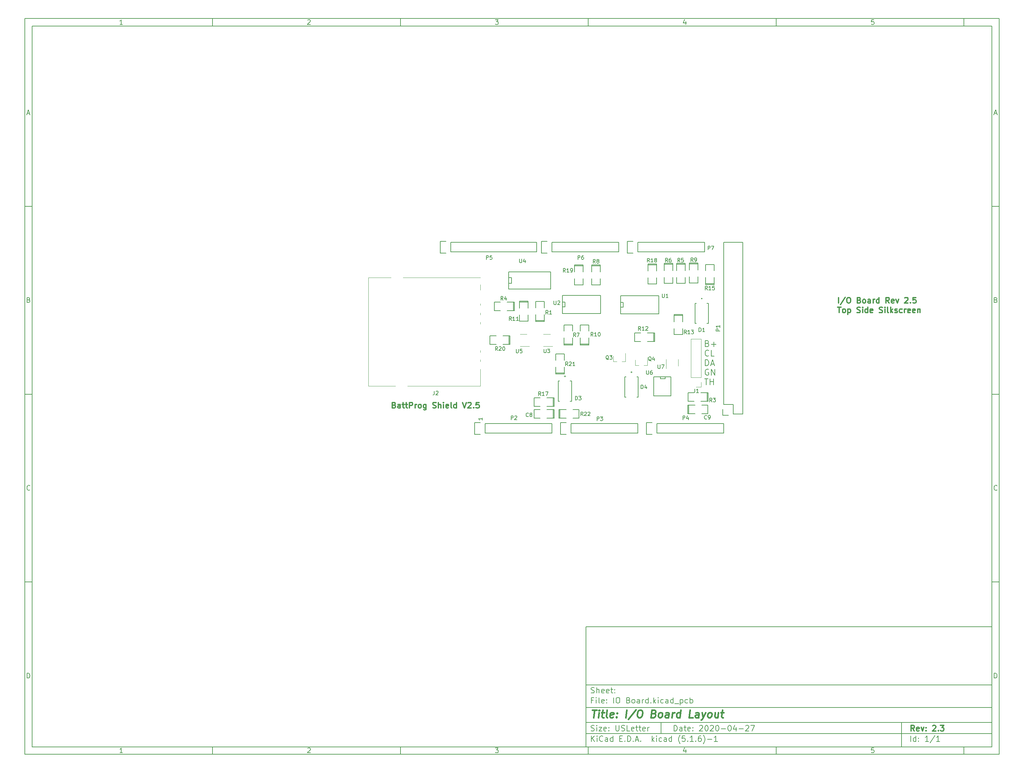
<source format=gbr>
G04 #@! TF.GenerationSoftware,KiCad,Pcbnew,(5.1.6)-1*
G04 #@! TF.CreationDate,2021-01-18T17:04:58-05:00*
G04 #@! TF.ProjectId,IO Board,494f2042-6f61-4726-942e-6b696361645f,2.3*
G04 #@! TF.SameCoordinates,Original*
G04 #@! TF.FileFunction,Legend,Top*
G04 #@! TF.FilePolarity,Positive*
%FSLAX46Y46*%
G04 Gerber Fmt 4.6, Leading zero omitted, Abs format (unit mm)*
G04 Created by KiCad (PCBNEW (5.1.6)-1) date 2021-01-18 17:04:58*
%MOMM*%
%LPD*%
G01*
G04 APERTURE LIST*
%ADD10C,0.100000*%
%ADD11C,0.150000*%
%ADD12C,0.300000*%
%ADD13C,0.400000*%
%ADD14C,0.200000*%
%ADD15C,0.120000*%
%ADD16R,2.150000X2.200000*%
%ADD17R,2.032000X1.524000*%
%ADD18R,0.800000X0.900000*%
%ADD19C,1.727200*%
%ADD20O,1.727200X1.727200*%
%ADD21O,1.727200X2.032000*%
%ADD22R,1.060000X0.650000*%
%ADD23R,0.508000X1.143000*%
%ADD24R,1.524000X2.032000*%
%ADD25R,1.500000X1.000000*%
%ADD26R,2.200000X1.200000*%
%ADD27C,1.500000*%
%ADD28R,1.143000X0.508000*%
%ADD29R,0.650000X1.060000*%
%ADD30O,1.700000X1.700000*%
%ADD31R,1.700000X1.700000*%
G04 APERTURE END LIST*
D10*
D11*
X159400000Y-171900000D02*
X159400000Y-203900000D01*
X267400000Y-203900000D01*
X267400000Y-171900000D01*
X159400000Y-171900000D01*
D10*
D11*
X10000000Y-10000000D02*
X10000000Y-205900000D01*
X269400000Y-205900000D01*
X269400000Y-10000000D01*
X10000000Y-10000000D01*
D10*
D11*
X12000000Y-12000000D02*
X12000000Y-203900000D01*
X267400000Y-203900000D01*
X267400000Y-12000000D01*
X12000000Y-12000000D01*
D10*
D11*
X60000000Y-12000000D02*
X60000000Y-10000000D01*
D10*
D11*
X110000000Y-12000000D02*
X110000000Y-10000000D01*
D10*
D11*
X160000000Y-12000000D02*
X160000000Y-10000000D01*
D10*
D11*
X210000000Y-12000000D02*
X210000000Y-10000000D01*
D10*
D11*
X260000000Y-12000000D02*
X260000000Y-10000000D01*
D10*
D11*
X36065476Y-11588095D02*
X35322619Y-11588095D01*
X35694047Y-11588095D02*
X35694047Y-10288095D01*
X35570238Y-10473809D01*
X35446428Y-10597619D01*
X35322619Y-10659523D01*
D10*
D11*
X85322619Y-10411904D02*
X85384523Y-10350000D01*
X85508333Y-10288095D01*
X85817857Y-10288095D01*
X85941666Y-10350000D01*
X86003571Y-10411904D01*
X86065476Y-10535714D01*
X86065476Y-10659523D01*
X86003571Y-10845238D01*
X85260714Y-11588095D01*
X86065476Y-11588095D01*
D10*
D11*
X135260714Y-10288095D02*
X136065476Y-10288095D01*
X135632142Y-10783333D01*
X135817857Y-10783333D01*
X135941666Y-10845238D01*
X136003571Y-10907142D01*
X136065476Y-11030952D01*
X136065476Y-11340476D01*
X136003571Y-11464285D01*
X135941666Y-11526190D01*
X135817857Y-11588095D01*
X135446428Y-11588095D01*
X135322619Y-11526190D01*
X135260714Y-11464285D01*
D10*
D11*
X185941666Y-10721428D02*
X185941666Y-11588095D01*
X185632142Y-10226190D02*
X185322619Y-11154761D01*
X186127380Y-11154761D01*
D10*
D11*
X236003571Y-10288095D02*
X235384523Y-10288095D01*
X235322619Y-10907142D01*
X235384523Y-10845238D01*
X235508333Y-10783333D01*
X235817857Y-10783333D01*
X235941666Y-10845238D01*
X236003571Y-10907142D01*
X236065476Y-11030952D01*
X236065476Y-11340476D01*
X236003571Y-11464285D01*
X235941666Y-11526190D01*
X235817857Y-11588095D01*
X235508333Y-11588095D01*
X235384523Y-11526190D01*
X235322619Y-11464285D01*
D10*
D11*
X60000000Y-203900000D02*
X60000000Y-205900000D01*
D10*
D11*
X110000000Y-203900000D02*
X110000000Y-205900000D01*
D10*
D11*
X160000000Y-203900000D02*
X160000000Y-205900000D01*
D10*
D11*
X210000000Y-203900000D02*
X210000000Y-205900000D01*
D10*
D11*
X260000000Y-203900000D02*
X260000000Y-205900000D01*
D10*
D11*
X36065476Y-205488095D02*
X35322619Y-205488095D01*
X35694047Y-205488095D02*
X35694047Y-204188095D01*
X35570238Y-204373809D01*
X35446428Y-204497619D01*
X35322619Y-204559523D01*
D10*
D11*
X85322619Y-204311904D02*
X85384523Y-204250000D01*
X85508333Y-204188095D01*
X85817857Y-204188095D01*
X85941666Y-204250000D01*
X86003571Y-204311904D01*
X86065476Y-204435714D01*
X86065476Y-204559523D01*
X86003571Y-204745238D01*
X85260714Y-205488095D01*
X86065476Y-205488095D01*
D10*
D11*
X135260714Y-204188095D02*
X136065476Y-204188095D01*
X135632142Y-204683333D01*
X135817857Y-204683333D01*
X135941666Y-204745238D01*
X136003571Y-204807142D01*
X136065476Y-204930952D01*
X136065476Y-205240476D01*
X136003571Y-205364285D01*
X135941666Y-205426190D01*
X135817857Y-205488095D01*
X135446428Y-205488095D01*
X135322619Y-205426190D01*
X135260714Y-205364285D01*
D10*
D11*
X185941666Y-204621428D02*
X185941666Y-205488095D01*
X185632142Y-204126190D02*
X185322619Y-205054761D01*
X186127380Y-205054761D01*
D10*
D11*
X236003571Y-204188095D02*
X235384523Y-204188095D01*
X235322619Y-204807142D01*
X235384523Y-204745238D01*
X235508333Y-204683333D01*
X235817857Y-204683333D01*
X235941666Y-204745238D01*
X236003571Y-204807142D01*
X236065476Y-204930952D01*
X236065476Y-205240476D01*
X236003571Y-205364285D01*
X235941666Y-205426190D01*
X235817857Y-205488095D01*
X235508333Y-205488095D01*
X235384523Y-205426190D01*
X235322619Y-205364285D01*
D10*
D11*
X10000000Y-60000000D02*
X12000000Y-60000000D01*
D10*
D11*
X10000000Y-110000000D02*
X12000000Y-110000000D01*
D10*
D11*
X10000000Y-160000000D02*
X12000000Y-160000000D01*
D10*
D11*
X10690476Y-35216666D02*
X11309523Y-35216666D01*
X10566666Y-35588095D02*
X11000000Y-34288095D01*
X11433333Y-35588095D01*
D10*
D11*
X11092857Y-84907142D02*
X11278571Y-84969047D01*
X11340476Y-85030952D01*
X11402380Y-85154761D01*
X11402380Y-85340476D01*
X11340476Y-85464285D01*
X11278571Y-85526190D01*
X11154761Y-85588095D01*
X10659523Y-85588095D01*
X10659523Y-84288095D01*
X11092857Y-84288095D01*
X11216666Y-84350000D01*
X11278571Y-84411904D01*
X11340476Y-84535714D01*
X11340476Y-84659523D01*
X11278571Y-84783333D01*
X11216666Y-84845238D01*
X11092857Y-84907142D01*
X10659523Y-84907142D01*
D10*
D11*
X11402380Y-135464285D02*
X11340476Y-135526190D01*
X11154761Y-135588095D01*
X11030952Y-135588095D01*
X10845238Y-135526190D01*
X10721428Y-135402380D01*
X10659523Y-135278571D01*
X10597619Y-135030952D01*
X10597619Y-134845238D01*
X10659523Y-134597619D01*
X10721428Y-134473809D01*
X10845238Y-134350000D01*
X11030952Y-134288095D01*
X11154761Y-134288095D01*
X11340476Y-134350000D01*
X11402380Y-134411904D01*
D10*
D11*
X10659523Y-185588095D02*
X10659523Y-184288095D01*
X10969047Y-184288095D01*
X11154761Y-184350000D01*
X11278571Y-184473809D01*
X11340476Y-184597619D01*
X11402380Y-184845238D01*
X11402380Y-185030952D01*
X11340476Y-185278571D01*
X11278571Y-185402380D01*
X11154761Y-185526190D01*
X10969047Y-185588095D01*
X10659523Y-185588095D01*
D10*
D11*
X269400000Y-60000000D02*
X267400000Y-60000000D01*
D10*
D11*
X269400000Y-110000000D02*
X267400000Y-110000000D01*
D10*
D11*
X269400000Y-160000000D02*
X267400000Y-160000000D01*
D10*
D11*
X268090476Y-35216666D02*
X268709523Y-35216666D01*
X267966666Y-35588095D02*
X268400000Y-34288095D01*
X268833333Y-35588095D01*
D10*
D11*
X268492857Y-84907142D02*
X268678571Y-84969047D01*
X268740476Y-85030952D01*
X268802380Y-85154761D01*
X268802380Y-85340476D01*
X268740476Y-85464285D01*
X268678571Y-85526190D01*
X268554761Y-85588095D01*
X268059523Y-85588095D01*
X268059523Y-84288095D01*
X268492857Y-84288095D01*
X268616666Y-84350000D01*
X268678571Y-84411904D01*
X268740476Y-84535714D01*
X268740476Y-84659523D01*
X268678571Y-84783333D01*
X268616666Y-84845238D01*
X268492857Y-84907142D01*
X268059523Y-84907142D01*
D10*
D11*
X268802380Y-135464285D02*
X268740476Y-135526190D01*
X268554761Y-135588095D01*
X268430952Y-135588095D01*
X268245238Y-135526190D01*
X268121428Y-135402380D01*
X268059523Y-135278571D01*
X267997619Y-135030952D01*
X267997619Y-134845238D01*
X268059523Y-134597619D01*
X268121428Y-134473809D01*
X268245238Y-134350000D01*
X268430952Y-134288095D01*
X268554761Y-134288095D01*
X268740476Y-134350000D01*
X268802380Y-134411904D01*
D10*
D11*
X268059523Y-185588095D02*
X268059523Y-184288095D01*
X268369047Y-184288095D01*
X268554761Y-184350000D01*
X268678571Y-184473809D01*
X268740476Y-184597619D01*
X268802380Y-184845238D01*
X268802380Y-185030952D01*
X268740476Y-185278571D01*
X268678571Y-185402380D01*
X268554761Y-185526190D01*
X268369047Y-185588095D01*
X268059523Y-185588095D01*
D10*
D11*
X182832142Y-199678571D02*
X182832142Y-198178571D01*
X183189285Y-198178571D01*
X183403571Y-198250000D01*
X183546428Y-198392857D01*
X183617857Y-198535714D01*
X183689285Y-198821428D01*
X183689285Y-199035714D01*
X183617857Y-199321428D01*
X183546428Y-199464285D01*
X183403571Y-199607142D01*
X183189285Y-199678571D01*
X182832142Y-199678571D01*
X184975000Y-199678571D02*
X184975000Y-198892857D01*
X184903571Y-198750000D01*
X184760714Y-198678571D01*
X184475000Y-198678571D01*
X184332142Y-198750000D01*
X184975000Y-199607142D02*
X184832142Y-199678571D01*
X184475000Y-199678571D01*
X184332142Y-199607142D01*
X184260714Y-199464285D01*
X184260714Y-199321428D01*
X184332142Y-199178571D01*
X184475000Y-199107142D01*
X184832142Y-199107142D01*
X184975000Y-199035714D01*
X185475000Y-198678571D02*
X186046428Y-198678571D01*
X185689285Y-198178571D02*
X185689285Y-199464285D01*
X185760714Y-199607142D01*
X185903571Y-199678571D01*
X186046428Y-199678571D01*
X187117857Y-199607142D02*
X186975000Y-199678571D01*
X186689285Y-199678571D01*
X186546428Y-199607142D01*
X186475000Y-199464285D01*
X186475000Y-198892857D01*
X186546428Y-198750000D01*
X186689285Y-198678571D01*
X186975000Y-198678571D01*
X187117857Y-198750000D01*
X187189285Y-198892857D01*
X187189285Y-199035714D01*
X186475000Y-199178571D01*
X187832142Y-199535714D02*
X187903571Y-199607142D01*
X187832142Y-199678571D01*
X187760714Y-199607142D01*
X187832142Y-199535714D01*
X187832142Y-199678571D01*
X187832142Y-198750000D02*
X187903571Y-198821428D01*
X187832142Y-198892857D01*
X187760714Y-198821428D01*
X187832142Y-198750000D01*
X187832142Y-198892857D01*
X189617857Y-198321428D02*
X189689285Y-198250000D01*
X189832142Y-198178571D01*
X190189285Y-198178571D01*
X190332142Y-198250000D01*
X190403571Y-198321428D01*
X190475000Y-198464285D01*
X190475000Y-198607142D01*
X190403571Y-198821428D01*
X189546428Y-199678571D01*
X190475000Y-199678571D01*
X191403571Y-198178571D02*
X191546428Y-198178571D01*
X191689285Y-198250000D01*
X191760714Y-198321428D01*
X191832142Y-198464285D01*
X191903571Y-198750000D01*
X191903571Y-199107142D01*
X191832142Y-199392857D01*
X191760714Y-199535714D01*
X191689285Y-199607142D01*
X191546428Y-199678571D01*
X191403571Y-199678571D01*
X191260714Y-199607142D01*
X191189285Y-199535714D01*
X191117857Y-199392857D01*
X191046428Y-199107142D01*
X191046428Y-198750000D01*
X191117857Y-198464285D01*
X191189285Y-198321428D01*
X191260714Y-198250000D01*
X191403571Y-198178571D01*
X192475000Y-198321428D02*
X192546428Y-198250000D01*
X192689285Y-198178571D01*
X193046428Y-198178571D01*
X193189285Y-198250000D01*
X193260714Y-198321428D01*
X193332142Y-198464285D01*
X193332142Y-198607142D01*
X193260714Y-198821428D01*
X192403571Y-199678571D01*
X193332142Y-199678571D01*
X194260714Y-198178571D02*
X194403571Y-198178571D01*
X194546428Y-198250000D01*
X194617857Y-198321428D01*
X194689285Y-198464285D01*
X194760714Y-198750000D01*
X194760714Y-199107142D01*
X194689285Y-199392857D01*
X194617857Y-199535714D01*
X194546428Y-199607142D01*
X194403571Y-199678571D01*
X194260714Y-199678571D01*
X194117857Y-199607142D01*
X194046428Y-199535714D01*
X193975000Y-199392857D01*
X193903571Y-199107142D01*
X193903571Y-198750000D01*
X193975000Y-198464285D01*
X194046428Y-198321428D01*
X194117857Y-198250000D01*
X194260714Y-198178571D01*
X195403571Y-199107142D02*
X196546428Y-199107142D01*
X197546428Y-198178571D02*
X197689285Y-198178571D01*
X197832142Y-198250000D01*
X197903571Y-198321428D01*
X197975000Y-198464285D01*
X198046428Y-198750000D01*
X198046428Y-199107142D01*
X197975000Y-199392857D01*
X197903571Y-199535714D01*
X197832142Y-199607142D01*
X197689285Y-199678571D01*
X197546428Y-199678571D01*
X197403571Y-199607142D01*
X197332142Y-199535714D01*
X197260714Y-199392857D01*
X197189285Y-199107142D01*
X197189285Y-198750000D01*
X197260714Y-198464285D01*
X197332142Y-198321428D01*
X197403571Y-198250000D01*
X197546428Y-198178571D01*
X199332142Y-198678571D02*
X199332142Y-199678571D01*
X198975000Y-198107142D02*
X198617857Y-199178571D01*
X199546428Y-199178571D01*
X200117857Y-199107142D02*
X201260714Y-199107142D01*
X201903571Y-198321428D02*
X201975000Y-198250000D01*
X202117857Y-198178571D01*
X202475000Y-198178571D01*
X202617857Y-198250000D01*
X202689285Y-198321428D01*
X202760714Y-198464285D01*
X202760714Y-198607142D01*
X202689285Y-198821428D01*
X201832142Y-199678571D01*
X202760714Y-199678571D01*
X203260714Y-198178571D02*
X204260714Y-198178571D01*
X203617857Y-199678571D01*
D10*
D11*
X159400000Y-200400000D02*
X267400000Y-200400000D01*
D10*
D11*
X160832142Y-202478571D02*
X160832142Y-200978571D01*
X161689285Y-202478571D02*
X161046428Y-201621428D01*
X161689285Y-200978571D02*
X160832142Y-201835714D01*
X162332142Y-202478571D02*
X162332142Y-201478571D01*
X162332142Y-200978571D02*
X162260714Y-201050000D01*
X162332142Y-201121428D01*
X162403571Y-201050000D01*
X162332142Y-200978571D01*
X162332142Y-201121428D01*
X163903571Y-202335714D02*
X163832142Y-202407142D01*
X163617857Y-202478571D01*
X163475000Y-202478571D01*
X163260714Y-202407142D01*
X163117857Y-202264285D01*
X163046428Y-202121428D01*
X162975000Y-201835714D01*
X162975000Y-201621428D01*
X163046428Y-201335714D01*
X163117857Y-201192857D01*
X163260714Y-201050000D01*
X163475000Y-200978571D01*
X163617857Y-200978571D01*
X163832142Y-201050000D01*
X163903571Y-201121428D01*
X165189285Y-202478571D02*
X165189285Y-201692857D01*
X165117857Y-201550000D01*
X164975000Y-201478571D01*
X164689285Y-201478571D01*
X164546428Y-201550000D01*
X165189285Y-202407142D02*
X165046428Y-202478571D01*
X164689285Y-202478571D01*
X164546428Y-202407142D01*
X164475000Y-202264285D01*
X164475000Y-202121428D01*
X164546428Y-201978571D01*
X164689285Y-201907142D01*
X165046428Y-201907142D01*
X165189285Y-201835714D01*
X166546428Y-202478571D02*
X166546428Y-200978571D01*
X166546428Y-202407142D02*
X166403571Y-202478571D01*
X166117857Y-202478571D01*
X165975000Y-202407142D01*
X165903571Y-202335714D01*
X165832142Y-202192857D01*
X165832142Y-201764285D01*
X165903571Y-201621428D01*
X165975000Y-201550000D01*
X166117857Y-201478571D01*
X166403571Y-201478571D01*
X166546428Y-201550000D01*
X168403571Y-201692857D02*
X168903571Y-201692857D01*
X169117857Y-202478571D02*
X168403571Y-202478571D01*
X168403571Y-200978571D01*
X169117857Y-200978571D01*
X169760714Y-202335714D02*
X169832142Y-202407142D01*
X169760714Y-202478571D01*
X169689285Y-202407142D01*
X169760714Y-202335714D01*
X169760714Y-202478571D01*
X170475000Y-202478571D02*
X170475000Y-200978571D01*
X170832142Y-200978571D01*
X171046428Y-201050000D01*
X171189285Y-201192857D01*
X171260714Y-201335714D01*
X171332142Y-201621428D01*
X171332142Y-201835714D01*
X171260714Y-202121428D01*
X171189285Y-202264285D01*
X171046428Y-202407142D01*
X170832142Y-202478571D01*
X170475000Y-202478571D01*
X171975000Y-202335714D02*
X172046428Y-202407142D01*
X171975000Y-202478571D01*
X171903571Y-202407142D01*
X171975000Y-202335714D01*
X171975000Y-202478571D01*
X172617857Y-202050000D02*
X173332142Y-202050000D01*
X172475000Y-202478571D02*
X172975000Y-200978571D01*
X173475000Y-202478571D01*
X173975000Y-202335714D02*
X174046428Y-202407142D01*
X173975000Y-202478571D01*
X173903571Y-202407142D01*
X173975000Y-202335714D01*
X173975000Y-202478571D01*
X176975000Y-202478571D02*
X176975000Y-200978571D01*
X177117857Y-201907142D02*
X177546428Y-202478571D01*
X177546428Y-201478571D02*
X176975000Y-202050000D01*
X178189285Y-202478571D02*
X178189285Y-201478571D01*
X178189285Y-200978571D02*
X178117857Y-201050000D01*
X178189285Y-201121428D01*
X178260714Y-201050000D01*
X178189285Y-200978571D01*
X178189285Y-201121428D01*
X179546428Y-202407142D02*
X179403571Y-202478571D01*
X179117857Y-202478571D01*
X178975000Y-202407142D01*
X178903571Y-202335714D01*
X178832142Y-202192857D01*
X178832142Y-201764285D01*
X178903571Y-201621428D01*
X178975000Y-201550000D01*
X179117857Y-201478571D01*
X179403571Y-201478571D01*
X179546428Y-201550000D01*
X180832142Y-202478571D02*
X180832142Y-201692857D01*
X180760714Y-201550000D01*
X180617857Y-201478571D01*
X180332142Y-201478571D01*
X180189285Y-201550000D01*
X180832142Y-202407142D02*
X180689285Y-202478571D01*
X180332142Y-202478571D01*
X180189285Y-202407142D01*
X180117857Y-202264285D01*
X180117857Y-202121428D01*
X180189285Y-201978571D01*
X180332142Y-201907142D01*
X180689285Y-201907142D01*
X180832142Y-201835714D01*
X182189285Y-202478571D02*
X182189285Y-200978571D01*
X182189285Y-202407142D02*
X182046428Y-202478571D01*
X181760714Y-202478571D01*
X181617857Y-202407142D01*
X181546428Y-202335714D01*
X181475000Y-202192857D01*
X181475000Y-201764285D01*
X181546428Y-201621428D01*
X181617857Y-201550000D01*
X181760714Y-201478571D01*
X182046428Y-201478571D01*
X182189285Y-201550000D01*
X184475000Y-203050000D02*
X184403571Y-202978571D01*
X184260714Y-202764285D01*
X184189285Y-202621428D01*
X184117857Y-202407142D01*
X184046428Y-202050000D01*
X184046428Y-201764285D01*
X184117857Y-201407142D01*
X184189285Y-201192857D01*
X184260714Y-201050000D01*
X184403571Y-200835714D01*
X184475000Y-200764285D01*
X185760714Y-200978571D02*
X185046428Y-200978571D01*
X184975000Y-201692857D01*
X185046428Y-201621428D01*
X185189285Y-201550000D01*
X185546428Y-201550000D01*
X185689285Y-201621428D01*
X185760714Y-201692857D01*
X185832142Y-201835714D01*
X185832142Y-202192857D01*
X185760714Y-202335714D01*
X185689285Y-202407142D01*
X185546428Y-202478571D01*
X185189285Y-202478571D01*
X185046428Y-202407142D01*
X184975000Y-202335714D01*
X186475000Y-202335714D02*
X186546428Y-202407142D01*
X186475000Y-202478571D01*
X186403571Y-202407142D01*
X186475000Y-202335714D01*
X186475000Y-202478571D01*
X187975000Y-202478571D02*
X187117857Y-202478571D01*
X187546428Y-202478571D02*
X187546428Y-200978571D01*
X187403571Y-201192857D01*
X187260714Y-201335714D01*
X187117857Y-201407142D01*
X188617857Y-202335714D02*
X188689285Y-202407142D01*
X188617857Y-202478571D01*
X188546428Y-202407142D01*
X188617857Y-202335714D01*
X188617857Y-202478571D01*
X189975000Y-200978571D02*
X189689285Y-200978571D01*
X189546428Y-201050000D01*
X189475000Y-201121428D01*
X189332142Y-201335714D01*
X189260714Y-201621428D01*
X189260714Y-202192857D01*
X189332142Y-202335714D01*
X189403571Y-202407142D01*
X189546428Y-202478571D01*
X189832142Y-202478571D01*
X189975000Y-202407142D01*
X190046428Y-202335714D01*
X190117857Y-202192857D01*
X190117857Y-201835714D01*
X190046428Y-201692857D01*
X189975000Y-201621428D01*
X189832142Y-201550000D01*
X189546428Y-201550000D01*
X189403571Y-201621428D01*
X189332142Y-201692857D01*
X189260714Y-201835714D01*
X190617857Y-203050000D02*
X190689285Y-202978571D01*
X190832142Y-202764285D01*
X190903571Y-202621428D01*
X190975000Y-202407142D01*
X191046428Y-202050000D01*
X191046428Y-201764285D01*
X190975000Y-201407142D01*
X190903571Y-201192857D01*
X190832142Y-201050000D01*
X190689285Y-200835714D01*
X190617857Y-200764285D01*
X191760714Y-201907142D02*
X192903571Y-201907142D01*
X194403571Y-202478571D02*
X193546428Y-202478571D01*
X193975000Y-202478571D02*
X193975000Y-200978571D01*
X193832142Y-201192857D01*
X193689285Y-201335714D01*
X193546428Y-201407142D01*
D10*
D11*
X159400000Y-197400000D02*
X267400000Y-197400000D01*
D10*
D12*
X246809285Y-199678571D02*
X246309285Y-198964285D01*
X245952142Y-199678571D02*
X245952142Y-198178571D01*
X246523571Y-198178571D01*
X246666428Y-198250000D01*
X246737857Y-198321428D01*
X246809285Y-198464285D01*
X246809285Y-198678571D01*
X246737857Y-198821428D01*
X246666428Y-198892857D01*
X246523571Y-198964285D01*
X245952142Y-198964285D01*
X248023571Y-199607142D02*
X247880714Y-199678571D01*
X247595000Y-199678571D01*
X247452142Y-199607142D01*
X247380714Y-199464285D01*
X247380714Y-198892857D01*
X247452142Y-198750000D01*
X247595000Y-198678571D01*
X247880714Y-198678571D01*
X248023571Y-198750000D01*
X248095000Y-198892857D01*
X248095000Y-199035714D01*
X247380714Y-199178571D01*
X248595000Y-198678571D02*
X248952142Y-199678571D01*
X249309285Y-198678571D01*
X249880714Y-199535714D02*
X249952142Y-199607142D01*
X249880714Y-199678571D01*
X249809285Y-199607142D01*
X249880714Y-199535714D01*
X249880714Y-199678571D01*
X249880714Y-198750000D02*
X249952142Y-198821428D01*
X249880714Y-198892857D01*
X249809285Y-198821428D01*
X249880714Y-198750000D01*
X249880714Y-198892857D01*
X251666428Y-198321428D02*
X251737857Y-198250000D01*
X251880714Y-198178571D01*
X252237857Y-198178571D01*
X252380714Y-198250000D01*
X252452142Y-198321428D01*
X252523571Y-198464285D01*
X252523571Y-198607142D01*
X252452142Y-198821428D01*
X251595000Y-199678571D01*
X252523571Y-199678571D01*
X253166428Y-199535714D02*
X253237857Y-199607142D01*
X253166428Y-199678571D01*
X253095000Y-199607142D01*
X253166428Y-199535714D01*
X253166428Y-199678571D01*
X253737857Y-198178571D02*
X254666428Y-198178571D01*
X254166428Y-198750000D01*
X254380714Y-198750000D01*
X254523571Y-198821428D01*
X254595000Y-198892857D01*
X254666428Y-199035714D01*
X254666428Y-199392857D01*
X254595000Y-199535714D01*
X254523571Y-199607142D01*
X254380714Y-199678571D01*
X253952142Y-199678571D01*
X253809285Y-199607142D01*
X253737857Y-199535714D01*
D10*
D11*
X160760714Y-199607142D02*
X160975000Y-199678571D01*
X161332142Y-199678571D01*
X161475000Y-199607142D01*
X161546428Y-199535714D01*
X161617857Y-199392857D01*
X161617857Y-199250000D01*
X161546428Y-199107142D01*
X161475000Y-199035714D01*
X161332142Y-198964285D01*
X161046428Y-198892857D01*
X160903571Y-198821428D01*
X160832142Y-198750000D01*
X160760714Y-198607142D01*
X160760714Y-198464285D01*
X160832142Y-198321428D01*
X160903571Y-198250000D01*
X161046428Y-198178571D01*
X161403571Y-198178571D01*
X161617857Y-198250000D01*
X162260714Y-199678571D02*
X162260714Y-198678571D01*
X162260714Y-198178571D02*
X162189285Y-198250000D01*
X162260714Y-198321428D01*
X162332142Y-198250000D01*
X162260714Y-198178571D01*
X162260714Y-198321428D01*
X162832142Y-198678571D02*
X163617857Y-198678571D01*
X162832142Y-199678571D01*
X163617857Y-199678571D01*
X164760714Y-199607142D02*
X164617857Y-199678571D01*
X164332142Y-199678571D01*
X164189285Y-199607142D01*
X164117857Y-199464285D01*
X164117857Y-198892857D01*
X164189285Y-198750000D01*
X164332142Y-198678571D01*
X164617857Y-198678571D01*
X164760714Y-198750000D01*
X164832142Y-198892857D01*
X164832142Y-199035714D01*
X164117857Y-199178571D01*
X165475000Y-199535714D02*
X165546428Y-199607142D01*
X165475000Y-199678571D01*
X165403571Y-199607142D01*
X165475000Y-199535714D01*
X165475000Y-199678571D01*
X165475000Y-198750000D02*
X165546428Y-198821428D01*
X165475000Y-198892857D01*
X165403571Y-198821428D01*
X165475000Y-198750000D01*
X165475000Y-198892857D01*
X167332142Y-198178571D02*
X167332142Y-199392857D01*
X167403571Y-199535714D01*
X167475000Y-199607142D01*
X167617857Y-199678571D01*
X167903571Y-199678571D01*
X168046428Y-199607142D01*
X168117857Y-199535714D01*
X168189285Y-199392857D01*
X168189285Y-198178571D01*
X168832142Y-199607142D02*
X169046428Y-199678571D01*
X169403571Y-199678571D01*
X169546428Y-199607142D01*
X169617857Y-199535714D01*
X169689285Y-199392857D01*
X169689285Y-199250000D01*
X169617857Y-199107142D01*
X169546428Y-199035714D01*
X169403571Y-198964285D01*
X169117857Y-198892857D01*
X168975000Y-198821428D01*
X168903571Y-198750000D01*
X168832142Y-198607142D01*
X168832142Y-198464285D01*
X168903571Y-198321428D01*
X168975000Y-198250000D01*
X169117857Y-198178571D01*
X169475000Y-198178571D01*
X169689285Y-198250000D01*
X171046428Y-199678571D02*
X170332142Y-199678571D01*
X170332142Y-198178571D01*
X172117857Y-199607142D02*
X171975000Y-199678571D01*
X171689285Y-199678571D01*
X171546428Y-199607142D01*
X171475000Y-199464285D01*
X171475000Y-198892857D01*
X171546428Y-198750000D01*
X171689285Y-198678571D01*
X171975000Y-198678571D01*
X172117857Y-198750000D01*
X172189285Y-198892857D01*
X172189285Y-199035714D01*
X171475000Y-199178571D01*
X172617857Y-198678571D02*
X173189285Y-198678571D01*
X172832142Y-198178571D02*
X172832142Y-199464285D01*
X172903571Y-199607142D01*
X173046428Y-199678571D01*
X173189285Y-199678571D01*
X173475000Y-198678571D02*
X174046428Y-198678571D01*
X173689285Y-198178571D02*
X173689285Y-199464285D01*
X173760714Y-199607142D01*
X173903571Y-199678571D01*
X174046428Y-199678571D01*
X175117857Y-199607142D02*
X174975000Y-199678571D01*
X174689285Y-199678571D01*
X174546428Y-199607142D01*
X174475000Y-199464285D01*
X174475000Y-198892857D01*
X174546428Y-198750000D01*
X174689285Y-198678571D01*
X174975000Y-198678571D01*
X175117857Y-198750000D01*
X175189285Y-198892857D01*
X175189285Y-199035714D01*
X174475000Y-199178571D01*
X175832142Y-199678571D02*
X175832142Y-198678571D01*
X175832142Y-198964285D02*
X175903571Y-198821428D01*
X175975000Y-198750000D01*
X176117857Y-198678571D01*
X176260714Y-198678571D01*
D10*
D11*
X245832142Y-202478571D02*
X245832142Y-200978571D01*
X247189285Y-202478571D02*
X247189285Y-200978571D01*
X247189285Y-202407142D02*
X247046428Y-202478571D01*
X246760714Y-202478571D01*
X246617857Y-202407142D01*
X246546428Y-202335714D01*
X246475000Y-202192857D01*
X246475000Y-201764285D01*
X246546428Y-201621428D01*
X246617857Y-201550000D01*
X246760714Y-201478571D01*
X247046428Y-201478571D01*
X247189285Y-201550000D01*
X247903571Y-202335714D02*
X247975000Y-202407142D01*
X247903571Y-202478571D01*
X247832142Y-202407142D01*
X247903571Y-202335714D01*
X247903571Y-202478571D01*
X247903571Y-201550000D02*
X247975000Y-201621428D01*
X247903571Y-201692857D01*
X247832142Y-201621428D01*
X247903571Y-201550000D01*
X247903571Y-201692857D01*
X250546428Y-202478571D02*
X249689285Y-202478571D01*
X250117857Y-202478571D02*
X250117857Y-200978571D01*
X249975000Y-201192857D01*
X249832142Y-201335714D01*
X249689285Y-201407142D01*
X252260714Y-200907142D02*
X250975000Y-202835714D01*
X253546428Y-202478571D02*
X252689285Y-202478571D01*
X253117857Y-202478571D02*
X253117857Y-200978571D01*
X252975000Y-201192857D01*
X252832142Y-201335714D01*
X252689285Y-201407142D01*
D10*
D11*
X159400000Y-193400000D02*
X267400000Y-193400000D01*
D10*
D13*
X161112380Y-194104761D02*
X162255238Y-194104761D01*
X161433809Y-196104761D02*
X161683809Y-194104761D01*
X162671904Y-196104761D02*
X162838571Y-194771428D01*
X162921904Y-194104761D02*
X162814761Y-194200000D01*
X162898095Y-194295238D01*
X163005238Y-194200000D01*
X162921904Y-194104761D01*
X162898095Y-194295238D01*
X163505238Y-194771428D02*
X164267142Y-194771428D01*
X163874285Y-194104761D02*
X163660000Y-195819047D01*
X163731428Y-196009523D01*
X163910000Y-196104761D01*
X164100476Y-196104761D01*
X165052857Y-196104761D02*
X164874285Y-196009523D01*
X164802857Y-195819047D01*
X165017142Y-194104761D01*
X166588571Y-196009523D02*
X166386190Y-196104761D01*
X166005238Y-196104761D01*
X165826666Y-196009523D01*
X165755238Y-195819047D01*
X165850476Y-195057142D01*
X165969523Y-194866666D01*
X166171904Y-194771428D01*
X166552857Y-194771428D01*
X166731428Y-194866666D01*
X166802857Y-195057142D01*
X166779047Y-195247619D01*
X165802857Y-195438095D01*
X167552857Y-195914285D02*
X167636190Y-196009523D01*
X167529047Y-196104761D01*
X167445714Y-196009523D01*
X167552857Y-195914285D01*
X167529047Y-196104761D01*
X167683809Y-194866666D02*
X167767142Y-194961904D01*
X167660000Y-195057142D01*
X167576666Y-194961904D01*
X167683809Y-194866666D01*
X167660000Y-195057142D01*
X170005238Y-196104761D02*
X170255238Y-194104761D01*
X172648095Y-194009523D02*
X170612380Y-196580952D01*
X173683809Y-194104761D02*
X174064761Y-194104761D01*
X174243333Y-194200000D01*
X174410000Y-194390476D01*
X174457619Y-194771428D01*
X174374285Y-195438095D01*
X174231428Y-195819047D01*
X174017142Y-196009523D01*
X173814761Y-196104761D01*
X173433809Y-196104761D01*
X173255238Y-196009523D01*
X173088571Y-195819047D01*
X173040952Y-195438095D01*
X173124285Y-194771428D01*
X173267142Y-194390476D01*
X173481428Y-194200000D01*
X173683809Y-194104761D01*
X177469523Y-195057142D02*
X177743333Y-195152380D01*
X177826666Y-195247619D01*
X177898095Y-195438095D01*
X177862380Y-195723809D01*
X177743333Y-195914285D01*
X177636190Y-196009523D01*
X177433809Y-196104761D01*
X176671904Y-196104761D01*
X176921904Y-194104761D01*
X177588571Y-194104761D01*
X177767142Y-194200000D01*
X177850476Y-194295238D01*
X177921904Y-194485714D01*
X177898095Y-194676190D01*
X177779047Y-194866666D01*
X177671904Y-194961904D01*
X177469523Y-195057142D01*
X176802857Y-195057142D01*
X178957619Y-196104761D02*
X178779047Y-196009523D01*
X178695714Y-195914285D01*
X178624285Y-195723809D01*
X178695714Y-195152380D01*
X178814761Y-194961904D01*
X178921904Y-194866666D01*
X179124285Y-194771428D01*
X179410000Y-194771428D01*
X179588571Y-194866666D01*
X179671904Y-194961904D01*
X179743333Y-195152380D01*
X179671904Y-195723809D01*
X179552857Y-195914285D01*
X179445714Y-196009523D01*
X179243333Y-196104761D01*
X178957619Y-196104761D01*
X181338571Y-196104761D02*
X181469523Y-195057142D01*
X181398095Y-194866666D01*
X181219523Y-194771428D01*
X180838571Y-194771428D01*
X180636190Y-194866666D01*
X181350476Y-196009523D02*
X181148095Y-196104761D01*
X180671904Y-196104761D01*
X180493333Y-196009523D01*
X180421904Y-195819047D01*
X180445714Y-195628571D01*
X180564761Y-195438095D01*
X180767142Y-195342857D01*
X181243333Y-195342857D01*
X181445714Y-195247619D01*
X182290952Y-196104761D02*
X182457619Y-194771428D01*
X182410000Y-195152380D02*
X182529047Y-194961904D01*
X182636190Y-194866666D01*
X182838571Y-194771428D01*
X183029047Y-194771428D01*
X184386190Y-196104761D02*
X184636190Y-194104761D01*
X184398095Y-196009523D02*
X184195714Y-196104761D01*
X183814761Y-196104761D01*
X183636190Y-196009523D01*
X183552857Y-195914285D01*
X183481428Y-195723809D01*
X183552857Y-195152380D01*
X183671904Y-194961904D01*
X183779047Y-194866666D01*
X183981428Y-194771428D01*
X184362380Y-194771428D01*
X184540952Y-194866666D01*
X187814761Y-196104761D02*
X186862380Y-196104761D01*
X187112380Y-194104761D01*
X189338571Y-196104761D02*
X189469523Y-195057142D01*
X189398095Y-194866666D01*
X189219523Y-194771428D01*
X188838571Y-194771428D01*
X188636190Y-194866666D01*
X189350476Y-196009523D02*
X189148095Y-196104761D01*
X188671904Y-196104761D01*
X188493333Y-196009523D01*
X188421904Y-195819047D01*
X188445714Y-195628571D01*
X188564761Y-195438095D01*
X188767142Y-195342857D01*
X189243333Y-195342857D01*
X189445714Y-195247619D01*
X190267142Y-194771428D02*
X190576666Y-196104761D01*
X191219523Y-194771428D02*
X190576666Y-196104761D01*
X190326666Y-196580952D01*
X190219523Y-196676190D01*
X190017142Y-196771428D01*
X192100476Y-196104761D02*
X191921904Y-196009523D01*
X191838571Y-195914285D01*
X191767142Y-195723809D01*
X191838571Y-195152380D01*
X191957619Y-194961904D01*
X192064761Y-194866666D01*
X192267142Y-194771428D01*
X192552857Y-194771428D01*
X192731428Y-194866666D01*
X192814761Y-194961904D01*
X192886190Y-195152380D01*
X192814761Y-195723809D01*
X192695714Y-195914285D01*
X192588571Y-196009523D01*
X192386190Y-196104761D01*
X192100476Y-196104761D01*
X194648095Y-194771428D02*
X194481428Y-196104761D01*
X193790952Y-194771428D02*
X193660000Y-195819047D01*
X193731428Y-196009523D01*
X193910000Y-196104761D01*
X194195714Y-196104761D01*
X194398095Y-196009523D01*
X194505238Y-195914285D01*
X195314761Y-194771428D02*
X196076666Y-194771428D01*
X195683809Y-194104761D02*
X195469523Y-195819047D01*
X195540952Y-196009523D01*
X195719523Y-196104761D01*
X195910000Y-196104761D01*
D10*
D11*
X161332142Y-191492857D02*
X160832142Y-191492857D01*
X160832142Y-192278571D02*
X160832142Y-190778571D01*
X161546428Y-190778571D01*
X162117857Y-192278571D02*
X162117857Y-191278571D01*
X162117857Y-190778571D02*
X162046428Y-190850000D01*
X162117857Y-190921428D01*
X162189285Y-190850000D01*
X162117857Y-190778571D01*
X162117857Y-190921428D01*
X163046428Y-192278571D02*
X162903571Y-192207142D01*
X162832142Y-192064285D01*
X162832142Y-190778571D01*
X164189285Y-192207142D02*
X164046428Y-192278571D01*
X163760714Y-192278571D01*
X163617857Y-192207142D01*
X163546428Y-192064285D01*
X163546428Y-191492857D01*
X163617857Y-191350000D01*
X163760714Y-191278571D01*
X164046428Y-191278571D01*
X164189285Y-191350000D01*
X164260714Y-191492857D01*
X164260714Y-191635714D01*
X163546428Y-191778571D01*
X164903571Y-192135714D02*
X164975000Y-192207142D01*
X164903571Y-192278571D01*
X164832142Y-192207142D01*
X164903571Y-192135714D01*
X164903571Y-192278571D01*
X164903571Y-191350000D02*
X164975000Y-191421428D01*
X164903571Y-191492857D01*
X164832142Y-191421428D01*
X164903571Y-191350000D01*
X164903571Y-191492857D01*
X166760714Y-192278571D02*
X166760714Y-190778571D01*
X167760714Y-190778571D02*
X168046428Y-190778571D01*
X168189285Y-190850000D01*
X168332142Y-190992857D01*
X168403571Y-191278571D01*
X168403571Y-191778571D01*
X168332142Y-192064285D01*
X168189285Y-192207142D01*
X168046428Y-192278571D01*
X167760714Y-192278571D01*
X167617857Y-192207142D01*
X167475000Y-192064285D01*
X167403571Y-191778571D01*
X167403571Y-191278571D01*
X167475000Y-190992857D01*
X167617857Y-190850000D01*
X167760714Y-190778571D01*
X170689285Y-191492857D02*
X170903571Y-191564285D01*
X170975000Y-191635714D01*
X171046428Y-191778571D01*
X171046428Y-191992857D01*
X170975000Y-192135714D01*
X170903571Y-192207142D01*
X170760714Y-192278571D01*
X170189285Y-192278571D01*
X170189285Y-190778571D01*
X170689285Y-190778571D01*
X170832142Y-190850000D01*
X170903571Y-190921428D01*
X170975000Y-191064285D01*
X170975000Y-191207142D01*
X170903571Y-191350000D01*
X170832142Y-191421428D01*
X170689285Y-191492857D01*
X170189285Y-191492857D01*
X171903571Y-192278571D02*
X171760714Y-192207142D01*
X171689285Y-192135714D01*
X171617857Y-191992857D01*
X171617857Y-191564285D01*
X171689285Y-191421428D01*
X171760714Y-191350000D01*
X171903571Y-191278571D01*
X172117857Y-191278571D01*
X172260714Y-191350000D01*
X172332142Y-191421428D01*
X172403571Y-191564285D01*
X172403571Y-191992857D01*
X172332142Y-192135714D01*
X172260714Y-192207142D01*
X172117857Y-192278571D01*
X171903571Y-192278571D01*
X173689285Y-192278571D02*
X173689285Y-191492857D01*
X173617857Y-191350000D01*
X173475000Y-191278571D01*
X173189285Y-191278571D01*
X173046428Y-191350000D01*
X173689285Y-192207142D02*
X173546428Y-192278571D01*
X173189285Y-192278571D01*
X173046428Y-192207142D01*
X172975000Y-192064285D01*
X172975000Y-191921428D01*
X173046428Y-191778571D01*
X173189285Y-191707142D01*
X173546428Y-191707142D01*
X173689285Y-191635714D01*
X174403571Y-192278571D02*
X174403571Y-191278571D01*
X174403571Y-191564285D02*
X174475000Y-191421428D01*
X174546428Y-191350000D01*
X174689285Y-191278571D01*
X174832142Y-191278571D01*
X175975000Y-192278571D02*
X175975000Y-190778571D01*
X175975000Y-192207142D02*
X175832142Y-192278571D01*
X175546428Y-192278571D01*
X175403571Y-192207142D01*
X175332142Y-192135714D01*
X175260714Y-191992857D01*
X175260714Y-191564285D01*
X175332142Y-191421428D01*
X175403571Y-191350000D01*
X175546428Y-191278571D01*
X175832142Y-191278571D01*
X175975000Y-191350000D01*
X176689285Y-192135714D02*
X176760714Y-192207142D01*
X176689285Y-192278571D01*
X176617857Y-192207142D01*
X176689285Y-192135714D01*
X176689285Y-192278571D01*
X177403571Y-192278571D02*
X177403571Y-190778571D01*
X177546428Y-191707142D02*
X177975000Y-192278571D01*
X177975000Y-191278571D02*
X177403571Y-191850000D01*
X178617857Y-192278571D02*
X178617857Y-191278571D01*
X178617857Y-190778571D02*
X178546428Y-190850000D01*
X178617857Y-190921428D01*
X178689285Y-190850000D01*
X178617857Y-190778571D01*
X178617857Y-190921428D01*
X179975000Y-192207142D02*
X179832142Y-192278571D01*
X179546428Y-192278571D01*
X179403571Y-192207142D01*
X179332142Y-192135714D01*
X179260714Y-191992857D01*
X179260714Y-191564285D01*
X179332142Y-191421428D01*
X179403571Y-191350000D01*
X179546428Y-191278571D01*
X179832142Y-191278571D01*
X179975000Y-191350000D01*
X181260714Y-192278571D02*
X181260714Y-191492857D01*
X181189285Y-191350000D01*
X181046428Y-191278571D01*
X180760714Y-191278571D01*
X180617857Y-191350000D01*
X181260714Y-192207142D02*
X181117857Y-192278571D01*
X180760714Y-192278571D01*
X180617857Y-192207142D01*
X180546428Y-192064285D01*
X180546428Y-191921428D01*
X180617857Y-191778571D01*
X180760714Y-191707142D01*
X181117857Y-191707142D01*
X181260714Y-191635714D01*
X182617857Y-192278571D02*
X182617857Y-190778571D01*
X182617857Y-192207142D02*
X182475000Y-192278571D01*
X182189285Y-192278571D01*
X182046428Y-192207142D01*
X181975000Y-192135714D01*
X181903571Y-191992857D01*
X181903571Y-191564285D01*
X181975000Y-191421428D01*
X182046428Y-191350000D01*
X182189285Y-191278571D01*
X182475000Y-191278571D01*
X182617857Y-191350000D01*
X182975000Y-192421428D02*
X184117857Y-192421428D01*
X184475000Y-191278571D02*
X184475000Y-192778571D01*
X184475000Y-191350000D02*
X184617857Y-191278571D01*
X184903571Y-191278571D01*
X185046428Y-191350000D01*
X185117857Y-191421428D01*
X185189285Y-191564285D01*
X185189285Y-191992857D01*
X185117857Y-192135714D01*
X185046428Y-192207142D01*
X184903571Y-192278571D01*
X184617857Y-192278571D01*
X184475000Y-192207142D01*
X186475000Y-192207142D02*
X186332142Y-192278571D01*
X186046428Y-192278571D01*
X185903571Y-192207142D01*
X185832142Y-192135714D01*
X185760714Y-191992857D01*
X185760714Y-191564285D01*
X185832142Y-191421428D01*
X185903571Y-191350000D01*
X186046428Y-191278571D01*
X186332142Y-191278571D01*
X186475000Y-191350000D01*
X187117857Y-192278571D02*
X187117857Y-190778571D01*
X187117857Y-191350000D02*
X187260714Y-191278571D01*
X187546428Y-191278571D01*
X187689285Y-191350000D01*
X187760714Y-191421428D01*
X187832142Y-191564285D01*
X187832142Y-191992857D01*
X187760714Y-192135714D01*
X187689285Y-192207142D01*
X187546428Y-192278571D01*
X187260714Y-192278571D01*
X187117857Y-192207142D01*
D10*
D11*
X159400000Y-187400000D02*
X267400000Y-187400000D01*
D10*
D11*
X160760714Y-189507142D02*
X160975000Y-189578571D01*
X161332142Y-189578571D01*
X161475000Y-189507142D01*
X161546428Y-189435714D01*
X161617857Y-189292857D01*
X161617857Y-189150000D01*
X161546428Y-189007142D01*
X161475000Y-188935714D01*
X161332142Y-188864285D01*
X161046428Y-188792857D01*
X160903571Y-188721428D01*
X160832142Y-188650000D01*
X160760714Y-188507142D01*
X160760714Y-188364285D01*
X160832142Y-188221428D01*
X160903571Y-188150000D01*
X161046428Y-188078571D01*
X161403571Y-188078571D01*
X161617857Y-188150000D01*
X162260714Y-189578571D02*
X162260714Y-188078571D01*
X162903571Y-189578571D02*
X162903571Y-188792857D01*
X162832142Y-188650000D01*
X162689285Y-188578571D01*
X162475000Y-188578571D01*
X162332142Y-188650000D01*
X162260714Y-188721428D01*
X164189285Y-189507142D02*
X164046428Y-189578571D01*
X163760714Y-189578571D01*
X163617857Y-189507142D01*
X163546428Y-189364285D01*
X163546428Y-188792857D01*
X163617857Y-188650000D01*
X163760714Y-188578571D01*
X164046428Y-188578571D01*
X164189285Y-188650000D01*
X164260714Y-188792857D01*
X164260714Y-188935714D01*
X163546428Y-189078571D01*
X165475000Y-189507142D02*
X165332142Y-189578571D01*
X165046428Y-189578571D01*
X164903571Y-189507142D01*
X164832142Y-189364285D01*
X164832142Y-188792857D01*
X164903571Y-188650000D01*
X165046428Y-188578571D01*
X165332142Y-188578571D01*
X165475000Y-188650000D01*
X165546428Y-188792857D01*
X165546428Y-188935714D01*
X164832142Y-189078571D01*
X165975000Y-188578571D02*
X166546428Y-188578571D01*
X166189285Y-188078571D02*
X166189285Y-189364285D01*
X166260714Y-189507142D01*
X166403571Y-189578571D01*
X166546428Y-189578571D01*
X167046428Y-189435714D02*
X167117857Y-189507142D01*
X167046428Y-189578571D01*
X166975000Y-189507142D01*
X167046428Y-189435714D01*
X167046428Y-189578571D01*
X167046428Y-188650000D02*
X167117857Y-188721428D01*
X167046428Y-188792857D01*
X166975000Y-188721428D01*
X167046428Y-188650000D01*
X167046428Y-188792857D01*
D10*
D11*
X179400000Y-197400000D02*
X179400000Y-200400000D01*
D10*
D11*
X243400000Y-197400000D02*
X243400000Y-203900000D01*
D12*
X226612142Y-85763571D02*
X226612142Y-84263571D01*
X228397857Y-84192142D02*
X227112142Y-86120714D01*
X229183571Y-84263571D02*
X229469285Y-84263571D01*
X229612142Y-84335000D01*
X229755000Y-84477857D01*
X229826428Y-84763571D01*
X229826428Y-85263571D01*
X229755000Y-85549285D01*
X229612142Y-85692142D01*
X229469285Y-85763571D01*
X229183571Y-85763571D01*
X229040714Y-85692142D01*
X228897857Y-85549285D01*
X228826428Y-85263571D01*
X228826428Y-84763571D01*
X228897857Y-84477857D01*
X229040714Y-84335000D01*
X229183571Y-84263571D01*
X232112142Y-84977857D02*
X232326428Y-85049285D01*
X232397857Y-85120714D01*
X232469285Y-85263571D01*
X232469285Y-85477857D01*
X232397857Y-85620714D01*
X232326428Y-85692142D01*
X232183571Y-85763571D01*
X231612142Y-85763571D01*
X231612142Y-84263571D01*
X232112142Y-84263571D01*
X232255000Y-84335000D01*
X232326428Y-84406428D01*
X232397857Y-84549285D01*
X232397857Y-84692142D01*
X232326428Y-84835000D01*
X232255000Y-84906428D01*
X232112142Y-84977857D01*
X231612142Y-84977857D01*
X233326428Y-85763571D02*
X233183571Y-85692142D01*
X233112142Y-85620714D01*
X233040714Y-85477857D01*
X233040714Y-85049285D01*
X233112142Y-84906428D01*
X233183571Y-84835000D01*
X233326428Y-84763571D01*
X233540714Y-84763571D01*
X233683571Y-84835000D01*
X233755000Y-84906428D01*
X233826428Y-85049285D01*
X233826428Y-85477857D01*
X233755000Y-85620714D01*
X233683571Y-85692142D01*
X233540714Y-85763571D01*
X233326428Y-85763571D01*
X235112142Y-85763571D02*
X235112142Y-84977857D01*
X235040714Y-84835000D01*
X234897857Y-84763571D01*
X234612142Y-84763571D01*
X234469285Y-84835000D01*
X235112142Y-85692142D02*
X234969285Y-85763571D01*
X234612142Y-85763571D01*
X234469285Y-85692142D01*
X234397857Y-85549285D01*
X234397857Y-85406428D01*
X234469285Y-85263571D01*
X234612142Y-85192142D01*
X234969285Y-85192142D01*
X235112142Y-85120714D01*
X235826428Y-85763571D02*
X235826428Y-84763571D01*
X235826428Y-85049285D02*
X235897857Y-84906428D01*
X235969285Y-84835000D01*
X236112142Y-84763571D01*
X236255000Y-84763571D01*
X237397857Y-85763571D02*
X237397857Y-84263571D01*
X237397857Y-85692142D02*
X237255000Y-85763571D01*
X236969285Y-85763571D01*
X236826428Y-85692142D01*
X236755000Y-85620714D01*
X236683571Y-85477857D01*
X236683571Y-85049285D01*
X236755000Y-84906428D01*
X236826428Y-84835000D01*
X236969285Y-84763571D01*
X237255000Y-84763571D01*
X237397857Y-84835000D01*
X240112142Y-85763571D02*
X239612142Y-85049285D01*
X239255000Y-85763571D02*
X239255000Y-84263571D01*
X239826428Y-84263571D01*
X239969285Y-84335000D01*
X240040714Y-84406428D01*
X240112142Y-84549285D01*
X240112142Y-84763571D01*
X240040714Y-84906428D01*
X239969285Y-84977857D01*
X239826428Y-85049285D01*
X239255000Y-85049285D01*
X241326428Y-85692142D02*
X241183571Y-85763571D01*
X240897857Y-85763571D01*
X240755000Y-85692142D01*
X240683571Y-85549285D01*
X240683571Y-84977857D01*
X240755000Y-84835000D01*
X240897857Y-84763571D01*
X241183571Y-84763571D01*
X241326428Y-84835000D01*
X241397857Y-84977857D01*
X241397857Y-85120714D01*
X240683571Y-85263571D01*
X241897857Y-84763571D02*
X242255000Y-85763571D01*
X242612142Y-84763571D01*
X244255000Y-84406428D02*
X244326428Y-84335000D01*
X244469285Y-84263571D01*
X244826428Y-84263571D01*
X244969285Y-84335000D01*
X245040714Y-84406428D01*
X245112142Y-84549285D01*
X245112142Y-84692142D01*
X245040714Y-84906428D01*
X244183571Y-85763571D01*
X245112142Y-85763571D01*
X245755000Y-85620714D02*
X245826428Y-85692142D01*
X245755000Y-85763571D01*
X245683571Y-85692142D01*
X245755000Y-85620714D01*
X245755000Y-85763571D01*
X247183571Y-84263571D02*
X246469285Y-84263571D01*
X246397857Y-84977857D01*
X246469285Y-84906428D01*
X246612142Y-84835000D01*
X246969285Y-84835000D01*
X247112142Y-84906428D01*
X247183571Y-84977857D01*
X247255000Y-85120714D01*
X247255000Y-85477857D01*
X247183571Y-85620714D01*
X247112142Y-85692142D01*
X246969285Y-85763571D01*
X246612142Y-85763571D01*
X246469285Y-85692142D01*
X246397857Y-85620714D01*
X226397857Y-86813571D02*
X227255000Y-86813571D01*
X226826428Y-88313571D02*
X226826428Y-86813571D01*
X227969285Y-88313571D02*
X227826428Y-88242142D01*
X227755000Y-88170714D01*
X227683571Y-88027857D01*
X227683571Y-87599285D01*
X227755000Y-87456428D01*
X227826428Y-87385000D01*
X227969285Y-87313571D01*
X228183571Y-87313571D01*
X228326428Y-87385000D01*
X228397857Y-87456428D01*
X228469285Y-87599285D01*
X228469285Y-88027857D01*
X228397857Y-88170714D01*
X228326428Y-88242142D01*
X228183571Y-88313571D01*
X227969285Y-88313571D01*
X229112142Y-87313571D02*
X229112142Y-88813571D01*
X229112142Y-87385000D02*
X229255000Y-87313571D01*
X229540714Y-87313571D01*
X229683571Y-87385000D01*
X229755000Y-87456428D01*
X229826428Y-87599285D01*
X229826428Y-88027857D01*
X229755000Y-88170714D01*
X229683571Y-88242142D01*
X229540714Y-88313571D01*
X229255000Y-88313571D01*
X229112142Y-88242142D01*
X231540714Y-88242142D02*
X231755000Y-88313571D01*
X232112142Y-88313571D01*
X232255000Y-88242142D01*
X232326428Y-88170714D01*
X232397857Y-88027857D01*
X232397857Y-87885000D01*
X232326428Y-87742142D01*
X232255000Y-87670714D01*
X232112142Y-87599285D01*
X231826428Y-87527857D01*
X231683571Y-87456428D01*
X231612142Y-87385000D01*
X231540714Y-87242142D01*
X231540714Y-87099285D01*
X231612142Y-86956428D01*
X231683571Y-86885000D01*
X231826428Y-86813571D01*
X232183571Y-86813571D01*
X232397857Y-86885000D01*
X233040714Y-88313571D02*
X233040714Y-87313571D01*
X233040714Y-86813571D02*
X232969285Y-86885000D01*
X233040714Y-86956428D01*
X233112142Y-86885000D01*
X233040714Y-86813571D01*
X233040714Y-86956428D01*
X234397857Y-88313571D02*
X234397857Y-86813571D01*
X234397857Y-88242142D02*
X234255000Y-88313571D01*
X233969285Y-88313571D01*
X233826428Y-88242142D01*
X233755000Y-88170714D01*
X233683571Y-88027857D01*
X233683571Y-87599285D01*
X233755000Y-87456428D01*
X233826428Y-87385000D01*
X233969285Y-87313571D01*
X234255000Y-87313571D01*
X234397857Y-87385000D01*
X235683571Y-88242142D02*
X235540714Y-88313571D01*
X235255000Y-88313571D01*
X235112142Y-88242142D01*
X235040714Y-88099285D01*
X235040714Y-87527857D01*
X235112142Y-87385000D01*
X235255000Y-87313571D01*
X235540714Y-87313571D01*
X235683571Y-87385000D01*
X235755000Y-87527857D01*
X235755000Y-87670714D01*
X235040714Y-87813571D01*
X237469285Y-88242142D02*
X237683571Y-88313571D01*
X238040714Y-88313571D01*
X238183571Y-88242142D01*
X238255000Y-88170714D01*
X238326428Y-88027857D01*
X238326428Y-87885000D01*
X238255000Y-87742142D01*
X238183571Y-87670714D01*
X238040714Y-87599285D01*
X237755000Y-87527857D01*
X237612142Y-87456428D01*
X237540714Y-87385000D01*
X237469285Y-87242142D01*
X237469285Y-87099285D01*
X237540714Y-86956428D01*
X237612142Y-86885000D01*
X237755000Y-86813571D01*
X238112142Y-86813571D01*
X238326428Y-86885000D01*
X238969285Y-88313571D02*
X238969285Y-87313571D01*
X238969285Y-86813571D02*
X238897857Y-86885000D01*
X238969285Y-86956428D01*
X239040714Y-86885000D01*
X238969285Y-86813571D01*
X238969285Y-86956428D01*
X239897857Y-88313571D02*
X239755000Y-88242142D01*
X239683571Y-88099285D01*
X239683571Y-86813571D01*
X240469285Y-88313571D02*
X240469285Y-86813571D01*
X240612142Y-87742142D02*
X241040714Y-88313571D01*
X241040714Y-87313571D02*
X240469285Y-87885000D01*
X241612142Y-88242142D02*
X241755000Y-88313571D01*
X242040714Y-88313571D01*
X242183571Y-88242142D01*
X242255000Y-88099285D01*
X242255000Y-88027857D01*
X242183571Y-87885000D01*
X242040714Y-87813571D01*
X241826428Y-87813571D01*
X241683571Y-87742142D01*
X241612142Y-87599285D01*
X241612142Y-87527857D01*
X241683571Y-87385000D01*
X241826428Y-87313571D01*
X242040714Y-87313571D01*
X242183571Y-87385000D01*
X243540714Y-88242142D02*
X243397857Y-88313571D01*
X243112142Y-88313571D01*
X242969285Y-88242142D01*
X242897857Y-88170714D01*
X242826428Y-88027857D01*
X242826428Y-87599285D01*
X242897857Y-87456428D01*
X242969285Y-87385000D01*
X243112142Y-87313571D01*
X243397857Y-87313571D01*
X243540714Y-87385000D01*
X244183571Y-88313571D02*
X244183571Y-87313571D01*
X244183571Y-87599285D02*
X244255000Y-87456428D01*
X244326428Y-87385000D01*
X244469285Y-87313571D01*
X244612142Y-87313571D01*
X245683571Y-88242142D02*
X245540714Y-88313571D01*
X245255000Y-88313571D01*
X245112142Y-88242142D01*
X245040714Y-88099285D01*
X245040714Y-87527857D01*
X245112142Y-87385000D01*
X245255000Y-87313571D01*
X245540714Y-87313571D01*
X245683571Y-87385000D01*
X245755000Y-87527857D01*
X245755000Y-87670714D01*
X245040714Y-87813571D01*
X246969285Y-88242142D02*
X246826428Y-88313571D01*
X246540714Y-88313571D01*
X246397857Y-88242142D01*
X246326428Y-88099285D01*
X246326428Y-87527857D01*
X246397857Y-87385000D01*
X246540714Y-87313571D01*
X246826428Y-87313571D01*
X246969285Y-87385000D01*
X247040714Y-87527857D01*
X247040714Y-87670714D01*
X246326428Y-87813571D01*
X247683571Y-87313571D02*
X247683571Y-88313571D01*
X247683571Y-87456428D02*
X247755000Y-87385000D01*
X247897857Y-87313571D01*
X248112142Y-87313571D01*
X248255000Y-87385000D01*
X248326428Y-87527857D01*
X248326428Y-88313571D01*
X108344285Y-112922857D02*
X108558571Y-112994285D01*
X108630000Y-113065714D01*
X108701428Y-113208571D01*
X108701428Y-113422857D01*
X108630000Y-113565714D01*
X108558571Y-113637142D01*
X108415714Y-113708571D01*
X107844285Y-113708571D01*
X107844285Y-112208571D01*
X108344285Y-112208571D01*
X108487142Y-112280000D01*
X108558571Y-112351428D01*
X108630000Y-112494285D01*
X108630000Y-112637142D01*
X108558571Y-112780000D01*
X108487142Y-112851428D01*
X108344285Y-112922857D01*
X107844285Y-112922857D01*
X109987142Y-113708571D02*
X109987142Y-112922857D01*
X109915714Y-112780000D01*
X109772857Y-112708571D01*
X109487142Y-112708571D01*
X109344285Y-112780000D01*
X109987142Y-113637142D02*
X109844285Y-113708571D01*
X109487142Y-113708571D01*
X109344285Y-113637142D01*
X109272857Y-113494285D01*
X109272857Y-113351428D01*
X109344285Y-113208571D01*
X109487142Y-113137142D01*
X109844285Y-113137142D01*
X109987142Y-113065714D01*
X110487142Y-112708571D02*
X111058571Y-112708571D01*
X110701428Y-112208571D02*
X110701428Y-113494285D01*
X110772857Y-113637142D01*
X110915714Y-113708571D01*
X111058571Y-113708571D01*
X111344285Y-112708571D02*
X111915714Y-112708571D01*
X111558571Y-112208571D02*
X111558571Y-113494285D01*
X111630000Y-113637142D01*
X111772857Y-113708571D01*
X111915714Y-113708571D01*
X112415714Y-113708571D02*
X112415714Y-112208571D01*
X112987142Y-112208571D01*
X113130000Y-112280000D01*
X113201428Y-112351428D01*
X113272857Y-112494285D01*
X113272857Y-112708571D01*
X113201428Y-112851428D01*
X113130000Y-112922857D01*
X112987142Y-112994285D01*
X112415714Y-112994285D01*
X113915714Y-113708571D02*
X113915714Y-112708571D01*
X113915714Y-112994285D02*
X113987142Y-112851428D01*
X114058571Y-112780000D01*
X114201428Y-112708571D01*
X114344285Y-112708571D01*
X115058571Y-113708571D02*
X114915714Y-113637142D01*
X114844285Y-113565714D01*
X114772857Y-113422857D01*
X114772857Y-112994285D01*
X114844285Y-112851428D01*
X114915714Y-112780000D01*
X115058571Y-112708571D01*
X115272857Y-112708571D01*
X115415714Y-112780000D01*
X115487142Y-112851428D01*
X115558571Y-112994285D01*
X115558571Y-113422857D01*
X115487142Y-113565714D01*
X115415714Y-113637142D01*
X115272857Y-113708571D01*
X115058571Y-113708571D01*
X116844285Y-112708571D02*
X116844285Y-113922857D01*
X116772857Y-114065714D01*
X116701428Y-114137142D01*
X116558571Y-114208571D01*
X116344285Y-114208571D01*
X116201428Y-114137142D01*
X116844285Y-113637142D02*
X116701428Y-113708571D01*
X116415714Y-113708571D01*
X116272857Y-113637142D01*
X116201428Y-113565714D01*
X116130000Y-113422857D01*
X116130000Y-112994285D01*
X116201428Y-112851428D01*
X116272857Y-112780000D01*
X116415714Y-112708571D01*
X116701428Y-112708571D01*
X116844285Y-112780000D01*
X118630000Y-113637142D02*
X118844285Y-113708571D01*
X119201428Y-113708571D01*
X119344285Y-113637142D01*
X119415714Y-113565714D01*
X119487142Y-113422857D01*
X119487142Y-113280000D01*
X119415714Y-113137142D01*
X119344285Y-113065714D01*
X119201428Y-112994285D01*
X118915714Y-112922857D01*
X118772857Y-112851428D01*
X118701428Y-112780000D01*
X118630000Y-112637142D01*
X118630000Y-112494285D01*
X118701428Y-112351428D01*
X118772857Y-112280000D01*
X118915714Y-112208571D01*
X119272857Y-112208571D01*
X119487142Y-112280000D01*
X120130000Y-113708571D02*
X120130000Y-112208571D01*
X120772857Y-113708571D02*
X120772857Y-112922857D01*
X120701428Y-112780000D01*
X120558571Y-112708571D01*
X120344285Y-112708571D01*
X120201428Y-112780000D01*
X120130000Y-112851428D01*
X121487142Y-113708571D02*
X121487142Y-112708571D01*
X121487142Y-112208571D02*
X121415714Y-112280000D01*
X121487142Y-112351428D01*
X121558571Y-112280000D01*
X121487142Y-112208571D01*
X121487142Y-112351428D01*
X122772857Y-113637142D02*
X122630000Y-113708571D01*
X122344285Y-113708571D01*
X122201428Y-113637142D01*
X122130000Y-113494285D01*
X122130000Y-112922857D01*
X122201428Y-112780000D01*
X122344285Y-112708571D01*
X122630000Y-112708571D01*
X122772857Y-112780000D01*
X122844285Y-112922857D01*
X122844285Y-113065714D01*
X122130000Y-113208571D01*
X123701428Y-113708571D02*
X123558571Y-113637142D01*
X123487142Y-113494285D01*
X123487142Y-112208571D01*
X124915714Y-113708571D02*
X124915714Y-112208571D01*
X124915714Y-113637142D02*
X124772857Y-113708571D01*
X124487142Y-113708571D01*
X124344285Y-113637142D01*
X124272857Y-113565714D01*
X124201428Y-113422857D01*
X124201428Y-112994285D01*
X124272857Y-112851428D01*
X124344285Y-112780000D01*
X124487142Y-112708571D01*
X124772857Y-112708571D01*
X124915714Y-112780000D01*
X126558571Y-112208571D02*
X127058571Y-113708571D01*
X127558571Y-112208571D01*
X127987142Y-112351428D02*
X128058571Y-112280000D01*
X128201428Y-112208571D01*
X128558571Y-112208571D01*
X128701428Y-112280000D01*
X128772857Y-112351428D01*
X128844285Y-112494285D01*
X128844285Y-112637142D01*
X128772857Y-112851428D01*
X127915714Y-113708571D01*
X128844285Y-113708571D01*
X129487142Y-113565714D02*
X129558571Y-113637142D01*
X129487142Y-113708571D01*
X129415714Y-113637142D01*
X129487142Y-113565714D01*
X129487142Y-113708571D01*
X130915714Y-112208571D02*
X130201428Y-112208571D01*
X130130000Y-112922857D01*
X130201428Y-112851428D01*
X130344285Y-112780000D01*
X130701428Y-112780000D01*
X130844285Y-112851428D01*
X130915714Y-112922857D01*
X130987142Y-113065714D01*
X130987142Y-113422857D01*
X130915714Y-113565714D01*
X130844285Y-113637142D01*
X130701428Y-113708571D01*
X130344285Y-113708571D01*
X130201428Y-113637142D01*
X130130000Y-113565714D01*
D11*
X191711785Y-96485714D02*
X191940357Y-96561904D01*
X192016547Y-96638095D01*
X192092738Y-96790476D01*
X192092738Y-97019047D01*
X192016547Y-97171428D01*
X191940357Y-97247619D01*
X191787976Y-97323809D01*
X191178452Y-97323809D01*
X191178452Y-95723809D01*
X191711785Y-95723809D01*
X191864166Y-95800000D01*
X191940357Y-95876190D01*
X192016547Y-96028571D01*
X192016547Y-96180952D01*
X191940357Y-96333333D01*
X191864166Y-96409523D01*
X191711785Y-96485714D01*
X191178452Y-96485714D01*
X192778452Y-96714285D02*
X193997500Y-96714285D01*
X193387976Y-97323809D02*
X193387976Y-96104761D01*
X192092738Y-99721428D02*
X192016547Y-99797619D01*
X191787976Y-99873809D01*
X191635595Y-99873809D01*
X191407023Y-99797619D01*
X191254642Y-99645238D01*
X191178452Y-99492857D01*
X191102261Y-99188095D01*
X191102261Y-98959523D01*
X191178452Y-98654761D01*
X191254642Y-98502380D01*
X191407023Y-98350000D01*
X191635595Y-98273809D01*
X191787976Y-98273809D01*
X192016547Y-98350000D01*
X192092738Y-98426190D01*
X193540357Y-99873809D02*
X192778452Y-99873809D01*
X192778452Y-98273809D01*
X191178452Y-102423809D02*
X191178452Y-100823809D01*
X191559404Y-100823809D01*
X191787976Y-100900000D01*
X191940357Y-101052380D01*
X192016547Y-101204761D01*
X192092738Y-101509523D01*
X192092738Y-101738095D01*
X192016547Y-102042857D01*
X191940357Y-102195238D01*
X191787976Y-102347619D01*
X191559404Y-102423809D01*
X191178452Y-102423809D01*
X192702261Y-101966666D02*
X193464166Y-101966666D01*
X192549880Y-102423809D02*
X193083214Y-100823809D01*
X193616547Y-102423809D01*
X192016547Y-103450000D02*
X191864166Y-103373809D01*
X191635595Y-103373809D01*
X191407023Y-103450000D01*
X191254642Y-103602380D01*
X191178452Y-103754761D01*
X191102261Y-104059523D01*
X191102261Y-104288095D01*
X191178452Y-104592857D01*
X191254642Y-104745238D01*
X191407023Y-104897619D01*
X191635595Y-104973809D01*
X191787976Y-104973809D01*
X192016547Y-104897619D01*
X192092738Y-104821428D01*
X192092738Y-104288095D01*
X191787976Y-104288095D01*
X192778452Y-104973809D02*
X192778452Y-103373809D01*
X193692738Y-104973809D01*
X193692738Y-103373809D01*
X190949880Y-105923809D02*
X191864166Y-105923809D01*
X191407023Y-107523809D02*
X191407023Y-105923809D01*
X192397500Y-107523809D02*
X192397500Y-105923809D01*
X192397500Y-106685714D02*
X193311785Y-106685714D01*
X193311785Y-107523809D02*
X193311785Y-105923809D01*
X131770380Y-116300285D02*
X131770380Y-116871714D01*
X131770380Y-116586000D02*
X130770380Y-116586000D01*
X130913238Y-116681238D01*
X131008476Y-116776476D01*
X131056095Y-116871714D01*
D14*
X152000000Y-111900000D02*
X152350000Y-111900000D01*
X152000000Y-106500000D02*
X152350000Y-106500000D01*
X155600000Y-111900000D02*
X155200000Y-111900000D01*
X155600000Y-106500000D02*
X155200000Y-106500000D01*
X153941420Y-105250000D02*
G75*
G03*
X153941420Y-105250000I-141420J0D01*
G01*
X152000000Y-106500000D02*
X152000000Y-111900000D01*
X155600000Y-106500000D02*
X155600000Y-111900000D01*
X169700000Y-110800000D02*
X170050000Y-110800000D01*
X169700000Y-105400000D02*
X170050000Y-105400000D01*
X173300000Y-110800000D02*
X172900000Y-110800000D01*
X173300000Y-105400000D02*
X172900000Y-105400000D01*
X171641420Y-104150000D02*
G75*
G03*
X171641420Y-104150000I-141420J0D01*
G01*
X169700000Y-105400000D02*
X169700000Y-110800000D01*
X173300000Y-105400000D02*
X173300000Y-110800000D01*
X188400000Y-91200000D02*
X188750000Y-91200000D01*
X188400000Y-85800000D02*
X188750000Y-85800000D01*
X192000000Y-91200000D02*
X191600000Y-91200000D01*
X192000000Y-85800000D02*
X191600000Y-85800000D01*
X190341420Y-84550000D02*
G75*
G03*
X190341420Y-84550000I-141420J0D01*
G01*
X188400000Y-85800000D02*
X188400000Y-91200000D01*
X192000000Y-85800000D02*
X192000000Y-91200000D01*
D11*
X191236600Y-80543400D02*
X191236600Y-80797400D01*
X191236600Y-80797400D02*
X193522600Y-80797400D01*
X193522600Y-80797400D02*
X193522600Y-80543400D01*
X191236600Y-80543400D02*
X193522600Y-80543400D01*
X193522600Y-80543400D02*
X193522600Y-78892400D01*
X191236600Y-77114400D02*
X191236600Y-75463400D01*
X191236600Y-75463400D02*
X193522600Y-75463400D01*
X193522600Y-75463400D02*
X193522600Y-77114400D01*
X191236600Y-78892400D02*
X191236600Y-80543400D01*
X185089800Y-89077800D02*
X185089800Y-88823800D01*
X185089800Y-88823800D02*
X182803800Y-88823800D01*
X182803800Y-88823800D02*
X182803800Y-89077800D01*
X185089800Y-89077800D02*
X182803800Y-89077800D01*
X182803800Y-89077800D02*
X182803800Y-90728800D01*
X185089800Y-92506800D02*
X185089800Y-94157800D01*
X185089800Y-94157800D02*
X182803800Y-94157800D01*
X182803800Y-94157800D02*
X182803800Y-92506800D01*
X185089800Y-90728800D02*
X185089800Y-89077800D01*
D15*
X172537000Y-102350600D02*
X173467000Y-102350600D01*
X175697000Y-102350600D02*
X174767000Y-102350600D01*
X175697000Y-102350600D02*
X175697000Y-100190600D01*
X172537000Y-102350600D02*
X172537000Y-100890600D01*
X166705200Y-101302600D02*
X167635200Y-101302600D01*
X169865200Y-101302600D02*
X168935200Y-101302600D01*
X169865200Y-101302600D02*
X169865200Y-99142600D01*
X166705200Y-101302600D02*
X166705200Y-99842600D01*
D11*
X201168000Y-115316000D02*
X201168000Y-69596000D01*
X196088000Y-69596000D02*
X196088000Y-112776000D01*
X201168000Y-69596000D02*
X196088000Y-69596000D01*
X201168000Y-115316000D02*
X198628000Y-115316000D01*
X195808000Y-114046000D02*
X195808000Y-115596000D01*
X198628000Y-115316000D02*
X198628000Y-112776000D01*
X198628000Y-112776000D02*
X196088000Y-112776000D01*
X195808000Y-115596000D02*
X197358000Y-115596000D01*
X132588000Y-120396000D02*
X150368000Y-120396000D01*
X150368000Y-120396000D02*
X150368000Y-117856000D01*
X150368000Y-117856000D02*
X132588000Y-117856000D01*
X129768000Y-120676000D02*
X131318000Y-120676000D01*
X132588000Y-120396000D02*
X132588000Y-117856000D01*
X131318000Y-117576000D02*
X129768000Y-117576000D01*
X129768000Y-117576000D02*
X129768000Y-120676000D01*
X155448000Y-120396000D02*
X173228000Y-120396000D01*
X173228000Y-120396000D02*
X173228000Y-117856000D01*
X173228000Y-117856000D02*
X155448000Y-117856000D01*
X152628000Y-120676000D02*
X154178000Y-120676000D01*
X155448000Y-120396000D02*
X155448000Y-117856000D01*
X154178000Y-117576000D02*
X152628000Y-117576000D01*
X152628000Y-117576000D02*
X152628000Y-120676000D01*
X178308000Y-120396000D02*
X196088000Y-120396000D01*
X196088000Y-120396000D02*
X196088000Y-117856000D01*
X196088000Y-117856000D02*
X178308000Y-117856000D01*
X175488000Y-120676000D02*
X177038000Y-120676000D01*
X178308000Y-120396000D02*
X178308000Y-117856000D01*
X177038000Y-117576000D02*
X175488000Y-117576000D01*
X175488000Y-117576000D02*
X175488000Y-120676000D01*
X123444000Y-72136000D02*
X146304000Y-72136000D01*
X146304000Y-72136000D02*
X146304000Y-69596000D01*
X146304000Y-69596000D02*
X123444000Y-69596000D01*
X120624000Y-72416000D02*
X122174000Y-72416000D01*
X123444000Y-72136000D02*
X123444000Y-69596000D01*
X122174000Y-69316000D02*
X120624000Y-69316000D01*
X120624000Y-69316000D02*
X120624000Y-72416000D01*
X150368000Y-72136000D02*
X168148000Y-72136000D01*
X168148000Y-72136000D02*
X168148000Y-69596000D01*
X168148000Y-69596000D02*
X150368000Y-69596000D01*
X147548000Y-72416000D02*
X149098000Y-72416000D01*
X150368000Y-72136000D02*
X150368000Y-69596000D01*
X149098000Y-69316000D02*
X147548000Y-69316000D01*
X147548000Y-69316000D02*
X147548000Y-72416000D01*
X173228000Y-72136000D02*
X191008000Y-72136000D01*
X191008000Y-72136000D02*
X191008000Y-69596000D01*
X191008000Y-69596000D02*
X173228000Y-69596000D01*
X170408000Y-72416000D02*
X171958000Y-72416000D01*
X173228000Y-72136000D02*
X173228000Y-69596000D01*
X171958000Y-69316000D02*
X170408000Y-69316000D01*
X170408000Y-69316000D02*
X170408000Y-72416000D01*
D15*
X149871000Y-94021000D02*
X148071000Y-94021000D01*
X148071000Y-97241000D02*
X150521000Y-97241000D01*
D11*
X138811000Y-78994000D02*
X139573000Y-78994000D01*
X139573000Y-78994000D02*
X139573000Y-80518000D01*
X139573000Y-80518000D02*
X138811000Y-80518000D01*
X149987000Y-77470000D02*
X149987000Y-82042000D01*
X149987000Y-82042000D02*
X138811000Y-82042000D01*
X138811000Y-82042000D02*
X138811000Y-77470000D01*
X138811000Y-77470000D02*
X149987000Y-77470000D01*
X178816000Y-83820000D02*
X178816000Y-88646000D01*
X178816000Y-88646000D02*
X168656000Y-88646000D01*
X168656000Y-88646000D02*
X168656000Y-83820000D01*
X168656000Y-83820000D02*
X178816000Y-83820000D01*
X168656000Y-85598000D02*
X169291000Y-85598000D01*
X169291000Y-85598000D02*
X169291000Y-86868000D01*
X169291000Y-86868000D02*
X168656000Y-86868000D01*
X163322000Y-83693000D02*
X163322000Y-88519000D01*
X163322000Y-88519000D02*
X153162000Y-88519000D01*
X153162000Y-88519000D02*
X153162000Y-83693000D01*
X153162000Y-83693000D02*
X163322000Y-83693000D01*
X153162000Y-85471000D02*
X153797000Y-85471000D01*
X153797000Y-85471000D02*
X153797000Y-86741000D01*
X153797000Y-86741000D02*
X153162000Y-86741000D01*
X146050000Y-90424000D02*
X146050000Y-90678000D01*
X146050000Y-90678000D02*
X148336000Y-90678000D01*
X148336000Y-90678000D02*
X148336000Y-90424000D01*
X146050000Y-90424000D02*
X148336000Y-90424000D01*
X148336000Y-90424000D02*
X148336000Y-88773000D01*
X146050000Y-86995000D02*
X146050000Y-85344000D01*
X146050000Y-85344000D02*
X148336000Y-85344000D01*
X148336000Y-85344000D02*
X148336000Y-86995000D01*
X146050000Y-88773000D02*
X146050000Y-90424000D01*
X140081000Y-87757000D02*
X140335000Y-87757000D01*
X140335000Y-87757000D02*
X140335000Y-85471000D01*
X140335000Y-85471000D02*
X140081000Y-85471000D01*
X140081000Y-87757000D02*
X140081000Y-85471000D01*
X140081000Y-85471000D02*
X138430000Y-85471000D01*
X136652000Y-87757000D02*
X135001000Y-87757000D01*
X135001000Y-87757000D02*
X135001000Y-85471000D01*
X135001000Y-85471000D02*
X136652000Y-85471000D01*
X138430000Y-87757000D02*
X140081000Y-87757000D01*
X185801000Y-75438000D02*
X185801000Y-75184000D01*
X185801000Y-75184000D02*
X183515000Y-75184000D01*
X183515000Y-75184000D02*
X183515000Y-75438000D01*
X185801000Y-75438000D02*
X183515000Y-75438000D01*
X183515000Y-75438000D02*
X183515000Y-77089000D01*
X185801000Y-78867000D02*
X185801000Y-80518000D01*
X185801000Y-80518000D02*
X183515000Y-80518000D01*
X183515000Y-80518000D02*
X183515000Y-78867000D01*
X185801000Y-77089000D02*
X185801000Y-75438000D01*
X182499000Y-75438000D02*
X182499000Y-75184000D01*
X182499000Y-75184000D02*
X180213000Y-75184000D01*
X180213000Y-75184000D02*
X180213000Y-75438000D01*
X182499000Y-75438000D02*
X180213000Y-75438000D01*
X180213000Y-75438000D02*
X180213000Y-77089000D01*
X182499000Y-78867000D02*
X182499000Y-80518000D01*
X182499000Y-80518000D02*
X180213000Y-80518000D01*
X180213000Y-80518000D02*
X180213000Y-78867000D01*
X182499000Y-77089000D02*
X182499000Y-75438000D01*
X153543000Y-96647000D02*
X153543000Y-96901000D01*
X153543000Y-96901000D02*
X155829000Y-96901000D01*
X155829000Y-96901000D02*
X155829000Y-96647000D01*
X153543000Y-96647000D02*
X155829000Y-96647000D01*
X155829000Y-96647000D02*
X155829000Y-94996000D01*
X153543000Y-93218000D02*
X153543000Y-91567000D01*
X153543000Y-91567000D02*
X155829000Y-91567000D01*
X155829000Y-91567000D02*
X155829000Y-93218000D01*
X153543000Y-94996000D02*
X153543000Y-96647000D01*
X163195000Y-75819000D02*
X163195000Y-75565000D01*
X163195000Y-75565000D02*
X160909000Y-75565000D01*
X160909000Y-75565000D02*
X160909000Y-75819000D01*
X163195000Y-75819000D02*
X160909000Y-75819000D01*
X160909000Y-75819000D02*
X160909000Y-77470000D01*
X163195000Y-79248000D02*
X163195000Y-80899000D01*
X163195000Y-80899000D02*
X160909000Y-80899000D01*
X160909000Y-80899000D02*
X160909000Y-79248000D01*
X163195000Y-77470000D02*
X163195000Y-75819000D01*
X189230000Y-75311000D02*
X189230000Y-75057000D01*
X189230000Y-75057000D02*
X186944000Y-75057000D01*
X186944000Y-75057000D02*
X186944000Y-75311000D01*
X189230000Y-75311000D02*
X186944000Y-75311000D01*
X186944000Y-75311000D02*
X186944000Y-76962000D01*
X189230000Y-78740000D02*
X189230000Y-80391000D01*
X189230000Y-80391000D02*
X186944000Y-80391000D01*
X186944000Y-80391000D02*
X186944000Y-78740000D01*
X189230000Y-76962000D02*
X189230000Y-75311000D01*
X157861000Y-96647000D02*
X157861000Y-96901000D01*
X157861000Y-96901000D02*
X160147000Y-96901000D01*
X160147000Y-96901000D02*
X160147000Y-96647000D01*
X157861000Y-96647000D02*
X160147000Y-96647000D01*
X160147000Y-96647000D02*
X160147000Y-94996000D01*
X157861000Y-93218000D02*
X157861000Y-91567000D01*
X157861000Y-91567000D02*
X160147000Y-91567000D01*
X160147000Y-91567000D02*
X160147000Y-93218000D01*
X157861000Y-94996000D02*
X157861000Y-96647000D01*
X144018000Y-85471000D02*
X144018000Y-85217000D01*
X144018000Y-85217000D02*
X141732000Y-85217000D01*
X141732000Y-85217000D02*
X141732000Y-85471000D01*
X144018000Y-85471000D02*
X141732000Y-85471000D01*
X141732000Y-85471000D02*
X141732000Y-87122000D01*
X144018000Y-88900000D02*
X144018000Y-90551000D01*
X144018000Y-90551000D02*
X141732000Y-90551000D01*
X141732000Y-90551000D02*
X141732000Y-88900000D01*
X144018000Y-87122000D02*
X144018000Y-85471000D01*
X178181000Y-75565000D02*
X178181000Y-75311000D01*
X178181000Y-75311000D02*
X175895000Y-75311000D01*
X175895000Y-75311000D02*
X175895000Y-75565000D01*
X178181000Y-75565000D02*
X175895000Y-75565000D01*
X175895000Y-75565000D02*
X175895000Y-77216000D01*
X178181000Y-78994000D02*
X178181000Y-80645000D01*
X178181000Y-80645000D02*
X175895000Y-80645000D01*
X175895000Y-80645000D02*
X175895000Y-78994000D01*
X178181000Y-77216000D02*
X178181000Y-75565000D01*
X158623000Y-75819000D02*
X158623000Y-75565000D01*
X158623000Y-75565000D02*
X156337000Y-75565000D01*
X156337000Y-75565000D02*
X156337000Y-75819000D01*
X158623000Y-75819000D02*
X156337000Y-75819000D01*
X156337000Y-75819000D02*
X156337000Y-77470000D01*
X158623000Y-79248000D02*
X158623000Y-80899000D01*
X158623000Y-80899000D02*
X156337000Y-80899000D01*
X156337000Y-80899000D02*
X156337000Y-79248000D01*
X158623000Y-77470000D02*
X158623000Y-75819000D01*
D15*
X131276000Y-100845000D02*
X131276000Y-101345000D01*
X131276000Y-98345000D02*
X131276000Y-98845000D01*
X131276000Y-90845000D02*
X131276000Y-91345000D01*
X131276000Y-88345000D02*
X131276000Y-88845000D01*
X131276000Y-85945000D02*
X131276000Y-86345000D01*
X131276000Y-80845000D02*
X131276000Y-82245000D01*
X110676000Y-78945000D02*
X131276000Y-78945000D01*
X111876000Y-107845000D02*
X131276000Y-107845000D01*
X131276000Y-107845000D02*
X131276000Y-103345000D01*
X101476000Y-107845000D02*
X101476000Y-78945000D01*
X101476000Y-78945000D02*
X107476000Y-78945000D01*
X101476000Y-107845000D02*
X108676000Y-107845000D01*
D11*
X138938000Y-96774000D02*
X139192000Y-96774000D01*
X139192000Y-96774000D02*
X139192000Y-94488000D01*
X139192000Y-94488000D02*
X138938000Y-94488000D01*
X138938000Y-96774000D02*
X138938000Y-94488000D01*
X138938000Y-94488000D02*
X137287000Y-94488000D01*
X135509000Y-96774000D02*
X133858000Y-96774000D01*
X133858000Y-96774000D02*
X133858000Y-94488000D01*
X133858000Y-94488000D02*
X135509000Y-94488000D01*
X137287000Y-96774000D02*
X138938000Y-96774000D01*
X151384000Y-104394000D02*
X151384000Y-104648000D01*
X151384000Y-104648000D02*
X153670000Y-104648000D01*
X153670000Y-104648000D02*
X153670000Y-104394000D01*
X151384000Y-104394000D02*
X153670000Y-104394000D01*
X153670000Y-104394000D02*
X153670000Y-102743000D01*
X151384000Y-100965000D02*
X151384000Y-99314000D01*
X151384000Y-99314000D02*
X153670000Y-99314000D01*
X153670000Y-99314000D02*
X153670000Y-100965000D01*
X151384000Y-102743000D02*
X151384000Y-104394000D01*
D15*
X143648000Y-94021000D02*
X141848000Y-94021000D01*
X141848000Y-97241000D02*
X144298000Y-97241000D01*
D11*
X181991000Y-105410000D02*
X181991000Y-110490000D01*
X181991000Y-110490000D02*
X177419000Y-110490000D01*
X177419000Y-110490000D02*
X177419000Y-105410000D01*
X177419000Y-105410000D02*
X181991000Y-105410000D01*
X180467000Y-105410000D02*
X180467000Y-105918000D01*
X180467000Y-105918000D02*
X179197000Y-105918000D01*
X179197000Y-105918000D02*
X179197000Y-105410000D01*
D15*
X183982000Y-102500000D02*
X183982000Y-100700000D01*
X180762000Y-100700000D02*
X180762000Y-103150000D01*
D11*
X189989000Y-111943000D02*
X191640000Y-111943000D01*
X186560000Y-109657000D02*
X188211000Y-109657000D01*
X186560000Y-111943000D02*
X186560000Y-109657000D01*
X188211000Y-111943000D02*
X186560000Y-111943000D01*
X191640000Y-109657000D02*
X189989000Y-109657000D01*
X191640000Y-111943000D02*
X191640000Y-109657000D01*
X191894000Y-109657000D02*
X191640000Y-109657000D01*
X191894000Y-111943000D02*
X191894000Y-109657000D01*
X191640000Y-111943000D02*
X191894000Y-111943000D01*
X177393600Y-95986600D02*
X177647600Y-95986600D01*
X177647600Y-95986600D02*
X177647600Y-93700600D01*
X177647600Y-93700600D02*
X177393600Y-93700600D01*
X177393600Y-95986600D02*
X177393600Y-93700600D01*
X177393600Y-93700600D02*
X175742600Y-93700600D01*
X173964600Y-95986600D02*
X172313600Y-95986600D01*
X172313600Y-95986600D02*
X172313600Y-93700600D01*
X172313600Y-93700600D02*
X173964600Y-93700600D01*
X175742600Y-95986600D02*
X177393600Y-95986600D01*
X148996400Y-116408200D02*
X150647400Y-116408200D01*
X145567400Y-114122200D02*
X147218400Y-114122200D01*
X145567400Y-116408200D02*
X145567400Y-114122200D01*
X147218400Y-116408200D02*
X145567400Y-116408200D01*
X150647400Y-114122200D02*
X148996400Y-114122200D01*
X150647400Y-116408200D02*
X150647400Y-114122200D01*
X150901400Y-114122200D02*
X150647400Y-114122200D01*
X150901400Y-116408200D02*
X150901400Y-114122200D01*
X150647400Y-116408200D02*
X150901400Y-116408200D01*
X150647400Y-113233200D02*
X150901400Y-113233200D01*
X150901400Y-113233200D02*
X150901400Y-110947200D01*
X150901400Y-110947200D02*
X150647400Y-110947200D01*
X150647400Y-113233200D02*
X150647400Y-110947200D01*
X150647400Y-110947200D02*
X148996400Y-110947200D01*
X147218400Y-113233200D02*
X145567400Y-113233200D01*
X145567400Y-113233200D02*
X145567400Y-110947200D01*
X145567400Y-110947200D02*
X147218400Y-110947200D01*
X148996400Y-113233200D02*
X150647400Y-113233200D01*
X154101800Y-114122200D02*
X152450800Y-114122200D01*
X157530800Y-116408200D02*
X155879800Y-116408200D01*
X157530800Y-114122200D02*
X157530800Y-116408200D01*
X155879800Y-114122200D02*
X157530800Y-114122200D01*
X152450800Y-116408200D02*
X154101800Y-116408200D01*
X152450800Y-114122200D02*
X152450800Y-116408200D01*
X152196800Y-116408200D02*
X152450800Y-116408200D01*
X152196800Y-114122200D02*
X152196800Y-116408200D01*
X152450800Y-114122200D02*
X152196800Y-114122200D01*
D15*
X190030000Y-108130000D02*
X188700000Y-108130000D01*
X190030000Y-106800000D02*
X190030000Y-108130000D01*
X190030000Y-105530000D02*
X187370000Y-105530000D01*
X187370000Y-105530000D02*
X187370000Y-95310000D01*
X190030000Y-105530000D02*
X190030000Y-95310000D01*
X190030000Y-95310000D02*
X187370000Y-95310000D01*
D11*
X188411000Y-112957000D02*
X186760000Y-112957000D01*
X191840000Y-115243000D02*
X190189000Y-115243000D01*
X191840000Y-112957000D02*
X191840000Y-115243000D01*
X190189000Y-112957000D02*
X191840000Y-112957000D01*
X186760000Y-115243000D02*
X188411000Y-115243000D01*
X186760000Y-112957000D02*
X186760000Y-115243000D01*
X186506000Y-115243000D02*
X186760000Y-115243000D01*
X186506000Y-112957000D02*
X186506000Y-115243000D01*
X186760000Y-112957000D02*
X186506000Y-112957000D01*
X156567104Y-111567180D02*
X156567104Y-110567180D01*
X156805200Y-110567180D01*
X156948057Y-110614800D01*
X157043295Y-110710038D01*
X157090914Y-110805276D01*
X157138533Y-110995752D01*
X157138533Y-111138609D01*
X157090914Y-111329085D01*
X157043295Y-111424323D01*
X156948057Y-111519561D01*
X156805200Y-111567180D01*
X156567104Y-111567180D01*
X157471866Y-110567180D02*
X158090914Y-110567180D01*
X157757580Y-110948133D01*
X157900438Y-110948133D01*
X157995676Y-110995752D01*
X158043295Y-111043371D01*
X158090914Y-111138609D01*
X158090914Y-111376704D01*
X158043295Y-111471942D01*
X157995676Y-111519561D01*
X157900438Y-111567180D01*
X157614723Y-111567180D01*
X157519485Y-111519561D01*
X157471866Y-111471942D01*
X174061904Y-108552380D02*
X174061904Y-107552380D01*
X174300000Y-107552380D01*
X174442857Y-107600000D01*
X174538095Y-107695238D01*
X174585714Y-107790476D01*
X174633333Y-107980952D01*
X174633333Y-108123809D01*
X174585714Y-108314285D01*
X174538095Y-108409523D01*
X174442857Y-108504761D01*
X174300000Y-108552380D01*
X174061904Y-108552380D01*
X175490476Y-107885714D02*
X175490476Y-108552380D01*
X175252380Y-107504761D02*
X175014285Y-108219047D01*
X175633333Y-108219047D01*
X189487304Y-93330980D02*
X189487304Y-92330980D01*
X189725400Y-92330980D01*
X189868257Y-92378600D01*
X189963495Y-92473838D01*
X190011114Y-92569076D01*
X190058733Y-92759552D01*
X190058733Y-92902409D01*
X190011114Y-93092885D01*
X189963495Y-93188123D01*
X189868257Y-93283361D01*
X189725400Y-93330980D01*
X189487304Y-93330980D01*
X191011114Y-93330980D02*
X190439685Y-93330980D01*
X190725400Y-93330980D02*
X190725400Y-92330980D01*
X190630161Y-92473838D01*
X190534923Y-92569076D01*
X190439685Y-92616695D01*
X191711342Y-82240380D02*
X191378009Y-81764190D01*
X191139914Y-82240380D02*
X191139914Y-81240380D01*
X191520866Y-81240380D01*
X191616104Y-81288000D01*
X191663723Y-81335619D01*
X191711342Y-81430857D01*
X191711342Y-81573714D01*
X191663723Y-81668952D01*
X191616104Y-81716571D01*
X191520866Y-81764190D01*
X191139914Y-81764190D01*
X192663723Y-82240380D02*
X192092295Y-82240380D01*
X192378009Y-82240380D02*
X192378009Y-81240380D01*
X192282771Y-81383238D01*
X192187533Y-81478476D01*
X192092295Y-81526095D01*
X193568485Y-81240380D02*
X193092295Y-81240380D01*
X193044676Y-81716571D01*
X193092295Y-81668952D01*
X193187533Y-81621333D01*
X193425628Y-81621333D01*
X193520866Y-81668952D01*
X193568485Y-81716571D01*
X193616104Y-81811809D01*
X193616104Y-82049904D01*
X193568485Y-82145142D01*
X193520866Y-82192761D01*
X193425628Y-82240380D01*
X193187533Y-82240380D01*
X193092295Y-82192761D01*
X193044676Y-82145142D01*
X186123342Y-93949780D02*
X185790009Y-93473590D01*
X185551914Y-93949780D02*
X185551914Y-92949780D01*
X185932866Y-92949780D01*
X186028104Y-92997400D01*
X186075723Y-93045019D01*
X186123342Y-93140257D01*
X186123342Y-93283114D01*
X186075723Y-93378352D01*
X186028104Y-93425971D01*
X185932866Y-93473590D01*
X185551914Y-93473590D01*
X187075723Y-93949780D02*
X186504295Y-93949780D01*
X186790009Y-93949780D02*
X186790009Y-92949780D01*
X186694771Y-93092638D01*
X186599533Y-93187876D01*
X186504295Y-93235495D01*
X187409057Y-92949780D02*
X188028104Y-92949780D01*
X187694771Y-93330733D01*
X187837628Y-93330733D01*
X187932866Y-93378352D01*
X187980485Y-93425971D01*
X188028104Y-93521209D01*
X188028104Y-93759304D01*
X187980485Y-93854542D01*
X187932866Y-93902161D01*
X187837628Y-93949780D01*
X187551914Y-93949780D01*
X187456676Y-93902161D01*
X187409057Y-93854542D01*
X176764961Y-101157019D02*
X176669723Y-101109400D01*
X176574485Y-101014161D01*
X176431628Y-100871304D01*
X176336390Y-100823685D01*
X176241152Y-100823685D01*
X176288771Y-101061780D02*
X176193533Y-101014161D01*
X176098295Y-100918923D01*
X176050676Y-100728447D01*
X176050676Y-100395114D01*
X176098295Y-100204638D01*
X176193533Y-100109400D01*
X176288771Y-100061780D01*
X176479247Y-100061780D01*
X176574485Y-100109400D01*
X176669723Y-100204638D01*
X176717342Y-100395114D01*
X176717342Y-100728447D01*
X176669723Y-100918923D01*
X176574485Y-101014161D01*
X176479247Y-101061780D01*
X176288771Y-101061780D01*
X177574485Y-100395114D02*
X177574485Y-101061780D01*
X177336390Y-100014161D02*
X177098295Y-100728447D01*
X177717342Y-100728447D01*
X165436561Y-100801419D02*
X165341323Y-100753800D01*
X165246085Y-100658561D01*
X165103228Y-100515704D01*
X165007990Y-100468085D01*
X164912752Y-100468085D01*
X164960371Y-100706180D02*
X164865133Y-100658561D01*
X164769895Y-100563323D01*
X164722276Y-100372847D01*
X164722276Y-100039514D01*
X164769895Y-99849038D01*
X164865133Y-99753800D01*
X164960371Y-99706180D01*
X165150847Y-99706180D01*
X165246085Y-99753800D01*
X165341323Y-99849038D01*
X165388942Y-100039514D01*
X165388942Y-100372847D01*
X165341323Y-100563323D01*
X165246085Y-100658561D01*
X165150847Y-100706180D01*
X164960371Y-100706180D01*
X165722276Y-99706180D02*
X166341323Y-99706180D01*
X166007990Y-100087133D01*
X166150847Y-100087133D01*
X166246085Y-100134752D01*
X166293704Y-100182371D01*
X166341323Y-100277609D01*
X166341323Y-100515704D01*
X166293704Y-100610942D01*
X166246085Y-100658561D01*
X166150847Y-100706180D01*
X165865133Y-100706180D01*
X165769895Y-100658561D01*
X165722276Y-100610942D01*
X195016380Y-93194095D02*
X194016380Y-93194095D01*
X194016380Y-92813142D01*
X194064000Y-92717904D01*
X194111619Y-92670285D01*
X194206857Y-92622666D01*
X194349714Y-92622666D01*
X194444952Y-92670285D01*
X194492571Y-92717904D01*
X194540190Y-92813142D01*
X194540190Y-93194095D01*
X195016380Y-91670285D02*
X195016380Y-92241714D01*
X195016380Y-91956000D02*
X194016380Y-91956000D01*
X194159238Y-92051238D01*
X194254476Y-92146476D01*
X194302095Y-92241714D01*
X139469904Y-116784380D02*
X139469904Y-115784380D01*
X139850857Y-115784380D01*
X139946095Y-115832000D01*
X139993714Y-115879619D01*
X140041333Y-115974857D01*
X140041333Y-116117714D01*
X139993714Y-116212952D01*
X139946095Y-116260571D01*
X139850857Y-116308190D01*
X139469904Y-116308190D01*
X140422285Y-115879619D02*
X140469904Y-115832000D01*
X140565142Y-115784380D01*
X140803238Y-115784380D01*
X140898476Y-115832000D01*
X140946095Y-115879619D01*
X140993714Y-115974857D01*
X140993714Y-116070095D01*
X140946095Y-116212952D01*
X140374666Y-116784380D01*
X140993714Y-116784380D01*
X162329904Y-117038380D02*
X162329904Y-116038380D01*
X162710857Y-116038380D01*
X162806095Y-116086000D01*
X162853714Y-116133619D01*
X162901333Y-116228857D01*
X162901333Y-116371714D01*
X162853714Y-116466952D01*
X162806095Y-116514571D01*
X162710857Y-116562190D01*
X162329904Y-116562190D01*
X163234666Y-116038380D02*
X163853714Y-116038380D01*
X163520380Y-116419333D01*
X163663238Y-116419333D01*
X163758476Y-116466952D01*
X163806095Y-116514571D01*
X163853714Y-116609809D01*
X163853714Y-116847904D01*
X163806095Y-116943142D01*
X163758476Y-116990761D01*
X163663238Y-117038380D01*
X163377523Y-117038380D01*
X163282285Y-116990761D01*
X163234666Y-116943142D01*
X185189904Y-116784380D02*
X185189904Y-115784380D01*
X185570857Y-115784380D01*
X185666095Y-115832000D01*
X185713714Y-115879619D01*
X185761333Y-115974857D01*
X185761333Y-116117714D01*
X185713714Y-116212952D01*
X185666095Y-116260571D01*
X185570857Y-116308190D01*
X185189904Y-116308190D01*
X186618476Y-116117714D02*
X186618476Y-116784380D01*
X186380380Y-115736761D02*
X186142285Y-116451047D01*
X186761333Y-116451047D01*
X132865904Y-74112380D02*
X132865904Y-73112380D01*
X133246857Y-73112380D01*
X133342095Y-73160000D01*
X133389714Y-73207619D01*
X133437333Y-73302857D01*
X133437333Y-73445714D01*
X133389714Y-73540952D01*
X133342095Y-73588571D01*
X133246857Y-73636190D01*
X132865904Y-73636190D01*
X134342095Y-73112380D02*
X133865904Y-73112380D01*
X133818285Y-73588571D01*
X133865904Y-73540952D01*
X133961142Y-73493333D01*
X134199238Y-73493333D01*
X134294476Y-73540952D01*
X134342095Y-73588571D01*
X134389714Y-73683809D01*
X134389714Y-73921904D01*
X134342095Y-74017142D01*
X134294476Y-74064761D01*
X134199238Y-74112380D01*
X133961142Y-74112380D01*
X133865904Y-74064761D01*
X133818285Y-74017142D01*
X157249904Y-74112380D02*
X157249904Y-73112380D01*
X157630857Y-73112380D01*
X157726095Y-73160000D01*
X157773714Y-73207619D01*
X157821333Y-73302857D01*
X157821333Y-73445714D01*
X157773714Y-73540952D01*
X157726095Y-73588571D01*
X157630857Y-73636190D01*
X157249904Y-73636190D01*
X158678476Y-73112380D02*
X158488000Y-73112380D01*
X158392761Y-73160000D01*
X158345142Y-73207619D01*
X158249904Y-73350476D01*
X158202285Y-73540952D01*
X158202285Y-73921904D01*
X158249904Y-74017142D01*
X158297523Y-74064761D01*
X158392761Y-74112380D01*
X158583238Y-74112380D01*
X158678476Y-74064761D01*
X158726095Y-74017142D01*
X158773714Y-73921904D01*
X158773714Y-73683809D01*
X158726095Y-73588571D01*
X158678476Y-73540952D01*
X158583238Y-73493333D01*
X158392761Y-73493333D01*
X158297523Y-73540952D01*
X158249904Y-73588571D01*
X158202285Y-73683809D01*
X191870104Y-71546980D02*
X191870104Y-70546980D01*
X192251057Y-70546980D01*
X192346295Y-70594600D01*
X192393914Y-70642219D01*
X192441533Y-70737457D01*
X192441533Y-70880314D01*
X192393914Y-70975552D01*
X192346295Y-71023171D01*
X192251057Y-71070790D01*
X191870104Y-71070790D01*
X192774866Y-70546980D02*
X193441533Y-70546980D01*
X193012961Y-71546980D01*
X148209095Y-97983380D02*
X148209095Y-98792904D01*
X148256714Y-98888142D01*
X148304333Y-98935761D01*
X148399571Y-98983380D01*
X148590047Y-98983380D01*
X148685285Y-98935761D01*
X148732904Y-98888142D01*
X148780523Y-98792904D01*
X148780523Y-97983380D01*
X149161476Y-97983380D02*
X149780523Y-97983380D01*
X149447190Y-98364333D01*
X149590047Y-98364333D01*
X149685285Y-98411952D01*
X149732904Y-98459571D01*
X149780523Y-98554809D01*
X149780523Y-98792904D01*
X149732904Y-98888142D01*
X149685285Y-98935761D01*
X149590047Y-98983380D01*
X149304333Y-98983380D01*
X149209095Y-98935761D01*
X149161476Y-98888142D01*
X141732095Y-74001380D02*
X141732095Y-74810904D01*
X141779714Y-74906142D01*
X141827333Y-74953761D01*
X141922571Y-75001380D01*
X142113047Y-75001380D01*
X142208285Y-74953761D01*
X142255904Y-74906142D01*
X142303523Y-74810904D01*
X142303523Y-74001380D01*
X143208285Y-74334714D02*
X143208285Y-75001380D01*
X142970190Y-73953761D02*
X142732095Y-74668047D01*
X143351142Y-74668047D01*
X179705095Y-83272380D02*
X179705095Y-84081904D01*
X179752714Y-84177142D01*
X179800333Y-84224761D01*
X179895571Y-84272380D01*
X180086047Y-84272380D01*
X180181285Y-84224761D01*
X180228904Y-84177142D01*
X180276523Y-84081904D01*
X180276523Y-83272380D01*
X181276523Y-84272380D02*
X180705095Y-84272380D01*
X180990809Y-84272380D02*
X180990809Y-83272380D01*
X180895571Y-83415238D01*
X180800333Y-83510476D01*
X180705095Y-83558095D01*
X150876095Y-85177380D02*
X150876095Y-85986904D01*
X150923714Y-86082142D01*
X150971333Y-86129761D01*
X151066571Y-86177380D01*
X151257047Y-86177380D01*
X151352285Y-86129761D01*
X151399904Y-86082142D01*
X151447523Y-85986904D01*
X151447523Y-85177380D01*
X151876095Y-85272619D02*
X151923714Y-85225000D01*
X152018952Y-85177380D01*
X152257047Y-85177380D01*
X152352285Y-85225000D01*
X152399904Y-85272619D01*
X152447523Y-85367857D01*
X152447523Y-85463095D01*
X152399904Y-85605952D01*
X151828476Y-86177380D01*
X152447523Y-86177380D01*
X149312333Y-88717380D02*
X148979000Y-88241190D01*
X148740904Y-88717380D02*
X148740904Y-87717380D01*
X149121857Y-87717380D01*
X149217095Y-87765000D01*
X149264714Y-87812619D01*
X149312333Y-87907857D01*
X149312333Y-88050714D01*
X149264714Y-88145952D01*
X149217095Y-88193571D01*
X149121857Y-88241190D01*
X148740904Y-88241190D01*
X150264714Y-88717380D02*
X149693285Y-88717380D01*
X149979000Y-88717380D02*
X149979000Y-87717380D01*
X149883761Y-87860238D01*
X149788523Y-87955476D01*
X149693285Y-88003095D01*
X137323533Y-84983580D02*
X136990200Y-84507390D01*
X136752104Y-84983580D02*
X136752104Y-83983580D01*
X137133057Y-83983580D01*
X137228295Y-84031200D01*
X137275914Y-84078819D01*
X137323533Y-84174057D01*
X137323533Y-84316914D01*
X137275914Y-84412152D01*
X137228295Y-84459771D01*
X137133057Y-84507390D01*
X136752104Y-84507390D01*
X138180676Y-84316914D02*
X138180676Y-84983580D01*
X137942580Y-83935961D02*
X137704485Y-84650247D01*
X138323533Y-84650247D01*
X184389733Y-74823580D02*
X184056400Y-74347390D01*
X183818304Y-74823580D02*
X183818304Y-73823580D01*
X184199257Y-73823580D01*
X184294495Y-73871200D01*
X184342114Y-73918819D01*
X184389733Y-74014057D01*
X184389733Y-74156914D01*
X184342114Y-74252152D01*
X184294495Y-74299771D01*
X184199257Y-74347390D01*
X183818304Y-74347390D01*
X185294495Y-73823580D02*
X184818304Y-73823580D01*
X184770685Y-74299771D01*
X184818304Y-74252152D01*
X184913542Y-74204533D01*
X185151638Y-74204533D01*
X185246876Y-74252152D01*
X185294495Y-74299771D01*
X185342114Y-74395009D01*
X185342114Y-74633104D01*
X185294495Y-74728342D01*
X185246876Y-74775961D01*
X185151638Y-74823580D01*
X184913542Y-74823580D01*
X184818304Y-74775961D01*
X184770685Y-74728342D01*
X181138533Y-74823580D02*
X180805200Y-74347390D01*
X180567104Y-74823580D02*
X180567104Y-73823580D01*
X180948057Y-73823580D01*
X181043295Y-73871200D01*
X181090914Y-73918819D01*
X181138533Y-74014057D01*
X181138533Y-74156914D01*
X181090914Y-74252152D01*
X181043295Y-74299771D01*
X180948057Y-74347390D01*
X180567104Y-74347390D01*
X181995676Y-73823580D02*
X181805200Y-73823580D01*
X181709961Y-73871200D01*
X181662342Y-73918819D01*
X181567104Y-74061676D01*
X181519485Y-74252152D01*
X181519485Y-74633104D01*
X181567104Y-74728342D01*
X181614723Y-74775961D01*
X181709961Y-74823580D01*
X181900438Y-74823580D01*
X181995676Y-74775961D01*
X182043295Y-74728342D01*
X182090914Y-74633104D01*
X182090914Y-74395009D01*
X182043295Y-74299771D01*
X181995676Y-74252152D01*
X181900438Y-74204533D01*
X181709961Y-74204533D01*
X181614723Y-74252152D01*
X181567104Y-74299771D01*
X181519485Y-74395009D01*
X156652933Y-94686380D02*
X156319600Y-94210190D01*
X156081504Y-94686380D02*
X156081504Y-93686380D01*
X156462457Y-93686380D01*
X156557695Y-93734000D01*
X156605314Y-93781619D01*
X156652933Y-93876857D01*
X156652933Y-94019714D01*
X156605314Y-94114952D01*
X156557695Y-94162571D01*
X156462457Y-94210190D01*
X156081504Y-94210190D01*
X156986266Y-93686380D02*
X157652933Y-93686380D01*
X157224361Y-94686380D01*
X161885333Y-75128380D02*
X161552000Y-74652190D01*
X161313904Y-75128380D02*
X161313904Y-74128380D01*
X161694857Y-74128380D01*
X161790095Y-74176000D01*
X161837714Y-74223619D01*
X161885333Y-74318857D01*
X161885333Y-74461714D01*
X161837714Y-74556952D01*
X161790095Y-74604571D01*
X161694857Y-74652190D01*
X161313904Y-74652190D01*
X162456761Y-74556952D02*
X162361523Y-74509333D01*
X162313904Y-74461714D01*
X162266285Y-74366476D01*
X162266285Y-74318857D01*
X162313904Y-74223619D01*
X162361523Y-74176000D01*
X162456761Y-74128380D01*
X162647238Y-74128380D01*
X162742476Y-74176000D01*
X162790095Y-74223619D01*
X162837714Y-74318857D01*
X162837714Y-74366476D01*
X162790095Y-74461714D01*
X162742476Y-74509333D01*
X162647238Y-74556952D01*
X162456761Y-74556952D01*
X162361523Y-74604571D01*
X162313904Y-74652190D01*
X162266285Y-74747428D01*
X162266285Y-74937904D01*
X162313904Y-75033142D01*
X162361523Y-75080761D01*
X162456761Y-75128380D01*
X162647238Y-75128380D01*
X162742476Y-75080761D01*
X162790095Y-75033142D01*
X162837714Y-74937904D01*
X162837714Y-74747428D01*
X162790095Y-74652190D01*
X162742476Y-74604571D01*
X162647238Y-74556952D01*
X187894933Y-74696580D02*
X187561600Y-74220390D01*
X187323504Y-74696580D02*
X187323504Y-73696580D01*
X187704457Y-73696580D01*
X187799695Y-73744200D01*
X187847314Y-73791819D01*
X187894933Y-73887057D01*
X187894933Y-74029914D01*
X187847314Y-74125152D01*
X187799695Y-74172771D01*
X187704457Y-74220390D01*
X187323504Y-74220390D01*
X188371123Y-74696580D02*
X188561600Y-74696580D01*
X188656838Y-74648961D01*
X188704457Y-74601342D01*
X188799695Y-74458485D01*
X188847314Y-74268009D01*
X188847314Y-73887057D01*
X188799695Y-73791819D01*
X188752076Y-73744200D01*
X188656838Y-73696580D01*
X188466361Y-73696580D01*
X188371123Y-73744200D01*
X188323504Y-73791819D01*
X188275885Y-73887057D01*
X188275885Y-74125152D01*
X188323504Y-74220390D01*
X188371123Y-74268009D01*
X188466361Y-74315628D01*
X188656838Y-74315628D01*
X188752076Y-74268009D01*
X188799695Y-74220390D01*
X188847314Y-74125152D01*
X161282142Y-94559380D02*
X160948809Y-94083190D01*
X160710714Y-94559380D02*
X160710714Y-93559380D01*
X161091666Y-93559380D01*
X161186904Y-93607000D01*
X161234523Y-93654619D01*
X161282142Y-93749857D01*
X161282142Y-93892714D01*
X161234523Y-93987952D01*
X161186904Y-94035571D01*
X161091666Y-94083190D01*
X160710714Y-94083190D01*
X162234523Y-94559380D02*
X161663095Y-94559380D01*
X161948809Y-94559380D02*
X161948809Y-93559380D01*
X161853571Y-93702238D01*
X161758333Y-93797476D01*
X161663095Y-93845095D01*
X162853571Y-93559380D02*
X162948809Y-93559380D01*
X163044047Y-93607000D01*
X163091666Y-93654619D01*
X163139285Y-93749857D01*
X163186904Y-93940333D01*
X163186904Y-94178428D01*
X163139285Y-94368904D01*
X163091666Y-94464142D01*
X163044047Y-94511761D01*
X162948809Y-94559380D01*
X162853571Y-94559380D01*
X162758333Y-94511761D01*
X162710714Y-94464142D01*
X162663095Y-94368904D01*
X162615476Y-94178428D01*
X162615476Y-93940333D01*
X162663095Y-93749857D01*
X162710714Y-93654619D01*
X162758333Y-93607000D01*
X162853571Y-93559380D01*
X139539742Y-90393780D02*
X139206409Y-89917590D01*
X138968314Y-90393780D02*
X138968314Y-89393780D01*
X139349266Y-89393780D01*
X139444504Y-89441400D01*
X139492123Y-89489019D01*
X139539742Y-89584257D01*
X139539742Y-89727114D01*
X139492123Y-89822352D01*
X139444504Y-89869971D01*
X139349266Y-89917590D01*
X138968314Y-89917590D01*
X140492123Y-90393780D02*
X139920695Y-90393780D01*
X140206409Y-90393780D02*
X140206409Y-89393780D01*
X140111171Y-89536638D01*
X140015933Y-89631876D01*
X139920695Y-89679495D01*
X141444504Y-90393780D02*
X140873076Y-90393780D01*
X141158790Y-90393780D02*
X141158790Y-89393780D01*
X141063552Y-89536638D01*
X140968314Y-89631876D01*
X140873076Y-89679495D01*
X176318942Y-74848980D02*
X175985609Y-74372790D01*
X175747514Y-74848980D02*
X175747514Y-73848980D01*
X176128466Y-73848980D01*
X176223704Y-73896600D01*
X176271323Y-73944219D01*
X176318942Y-74039457D01*
X176318942Y-74182314D01*
X176271323Y-74277552D01*
X176223704Y-74325171D01*
X176128466Y-74372790D01*
X175747514Y-74372790D01*
X177271323Y-74848980D02*
X176699895Y-74848980D01*
X176985609Y-74848980D02*
X176985609Y-73848980D01*
X176890371Y-73991838D01*
X176795133Y-74087076D01*
X176699895Y-74134695D01*
X177842752Y-74277552D02*
X177747514Y-74229933D01*
X177699895Y-74182314D01*
X177652276Y-74087076D01*
X177652276Y-74039457D01*
X177699895Y-73944219D01*
X177747514Y-73896600D01*
X177842752Y-73848980D01*
X178033228Y-73848980D01*
X178128466Y-73896600D01*
X178176085Y-73944219D01*
X178223704Y-74039457D01*
X178223704Y-74087076D01*
X178176085Y-74182314D01*
X178128466Y-74229933D01*
X178033228Y-74277552D01*
X177842752Y-74277552D01*
X177747514Y-74325171D01*
X177699895Y-74372790D01*
X177652276Y-74468028D01*
X177652276Y-74658504D01*
X177699895Y-74753742D01*
X177747514Y-74801361D01*
X177842752Y-74848980D01*
X178033228Y-74848980D01*
X178128466Y-74801361D01*
X178176085Y-74753742D01*
X178223704Y-74658504D01*
X178223704Y-74468028D01*
X178176085Y-74372790D01*
X178128466Y-74325171D01*
X178033228Y-74277552D01*
X153916142Y-77541380D02*
X153582809Y-77065190D01*
X153344714Y-77541380D02*
X153344714Y-76541380D01*
X153725666Y-76541380D01*
X153820904Y-76589000D01*
X153868523Y-76636619D01*
X153916142Y-76731857D01*
X153916142Y-76874714D01*
X153868523Y-76969952D01*
X153820904Y-77017571D01*
X153725666Y-77065190D01*
X153344714Y-77065190D01*
X154868523Y-77541380D02*
X154297095Y-77541380D01*
X154582809Y-77541380D02*
X154582809Y-76541380D01*
X154487571Y-76684238D01*
X154392333Y-76779476D01*
X154297095Y-76827095D01*
X155344714Y-77541380D02*
X155535190Y-77541380D01*
X155630428Y-77493761D01*
X155678047Y-77446142D01*
X155773285Y-77303285D01*
X155820904Y-77112809D01*
X155820904Y-76731857D01*
X155773285Y-76636619D01*
X155725666Y-76589000D01*
X155630428Y-76541380D01*
X155439952Y-76541380D01*
X155344714Y-76589000D01*
X155297095Y-76636619D01*
X155249476Y-76731857D01*
X155249476Y-76969952D01*
X155297095Y-77065190D01*
X155344714Y-77112809D01*
X155439952Y-77160428D01*
X155630428Y-77160428D01*
X155725666Y-77112809D01*
X155773285Y-77065190D01*
X155820904Y-76969952D01*
X119046666Y-109180380D02*
X119046666Y-109894666D01*
X118999047Y-110037523D01*
X118903809Y-110132761D01*
X118760952Y-110180380D01*
X118665714Y-110180380D01*
X119475238Y-109275619D02*
X119522857Y-109228000D01*
X119618095Y-109180380D01*
X119856190Y-109180380D01*
X119951428Y-109228000D01*
X119999047Y-109275619D01*
X120046666Y-109370857D01*
X120046666Y-109466095D01*
X119999047Y-109608952D01*
X119427619Y-110180380D01*
X120046666Y-110180380D01*
X135882142Y-98369380D02*
X135548809Y-97893190D01*
X135310714Y-98369380D02*
X135310714Y-97369380D01*
X135691666Y-97369380D01*
X135786904Y-97417000D01*
X135834523Y-97464619D01*
X135882142Y-97559857D01*
X135882142Y-97702714D01*
X135834523Y-97797952D01*
X135786904Y-97845571D01*
X135691666Y-97893190D01*
X135310714Y-97893190D01*
X136263095Y-97464619D02*
X136310714Y-97417000D01*
X136405952Y-97369380D01*
X136644047Y-97369380D01*
X136739285Y-97417000D01*
X136786904Y-97464619D01*
X136834523Y-97559857D01*
X136834523Y-97655095D01*
X136786904Y-97797952D01*
X136215476Y-98369380D01*
X136834523Y-98369380D01*
X137453571Y-97369380D02*
X137548809Y-97369380D01*
X137644047Y-97417000D01*
X137691666Y-97464619D01*
X137739285Y-97559857D01*
X137786904Y-97750333D01*
X137786904Y-97988428D01*
X137739285Y-98178904D01*
X137691666Y-98274142D01*
X137644047Y-98321761D01*
X137548809Y-98369380D01*
X137453571Y-98369380D01*
X137358333Y-98321761D01*
X137310714Y-98274142D01*
X137263095Y-98178904D01*
X137215476Y-97988428D01*
X137215476Y-97750333D01*
X137263095Y-97559857D01*
X137310714Y-97464619D01*
X137358333Y-97417000D01*
X137453571Y-97369380D01*
X154551142Y-102433380D02*
X154217809Y-101957190D01*
X153979714Y-102433380D02*
X153979714Y-101433380D01*
X154360666Y-101433380D01*
X154455904Y-101481000D01*
X154503523Y-101528619D01*
X154551142Y-101623857D01*
X154551142Y-101766714D01*
X154503523Y-101861952D01*
X154455904Y-101909571D01*
X154360666Y-101957190D01*
X153979714Y-101957190D01*
X154932095Y-101528619D02*
X154979714Y-101481000D01*
X155074952Y-101433380D01*
X155313047Y-101433380D01*
X155408285Y-101481000D01*
X155455904Y-101528619D01*
X155503523Y-101623857D01*
X155503523Y-101719095D01*
X155455904Y-101861952D01*
X154884476Y-102433380D01*
X155503523Y-102433380D01*
X156455904Y-102433380D02*
X155884476Y-102433380D01*
X156170190Y-102433380D02*
X156170190Y-101433380D01*
X156074952Y-101576238D01*
X155979714Y-101671476D01*
X155884476Y-101719095D01*
X140843095Y-98004380D02*
X140843095Y-98813904D01*
X140890714Y-98909142D01*
X140938333Y-98956761D01*
X141033571Y-99004380D01*
X141224047Y-99004380D01*
X141319285Y-98956761D01*
X141366904Y-98909142D01*
X141414523Y-98813904D01*
X141414523Y-98004380D01*
X142366904Y-98004380D02*
X141890714Y-98004380D01*
X141843095Y-98480571D01*
X141890714Y-98432952D01*
X141985952Y-98385333D01*
X142224047Y-98385333D01*
X142319285Y-98432952D01*
X142366904Y-98480571D01*
X142414523Y-98575809D01*
X142414523Y-98813904D01*
X142366904Y-98909142D01*
X142319285Y-98956761D01*
X142224047Y-99004380D01*
X141985952Y-99004380D01*
X141890714Y-98956761D01*
X141843095Y-98909142D01*
X175514095Y-103719380D02*
X175514095Y-104528904D01*
X175561714Y-104624142D01*
X175609333Y-104671761D01*
X175704571Y-104719380D01*
X175895047Y-104719380D01*
X175990285Y-104671761D01*
X176037904Y-104624142D01*
X176085523Y-104528904D01*
X176085523Y-103719380D01*
X176990285Y-103719380D02*
X176799809Y-103719380D01*
X176704571Y-103767000D01*
X176656952Y-103814619D01*
X176561714Y-103957476D01*
X176514095Y-104147952D01*
X176514095Y-104528904D01*
X176561714Y-104624142D01*
X176609333Y-104671761D01*
X176704571Y-104719380D01*
X176895047Y-104719380D01*
X176990285Y-104671761D01*
X177037904Y-104624142D01*
X177085523Y-104528904D01*
X177085523Y-104290809D01*
X177037904Y-104195571D01*
X176990285Y-104147952D01*
X176895047Y-104100333D01*
X176704571Y-104100333D01*
X176609333Y-104147952D01*
X176561714Y-104195571D01*
X176514095Y-104290809D01*
X178562095Y-102195380D02*
X178562095Y-103004904D01*
X178609714Y-103100142D01*
X178657333Y-103147761D01*
X178752571Y-103195380D01*
X178943047Y-103195380D01*
X179038285Y-103147761D01*
X179085904Y-103100142D01*
X179133523Y-103004904D01*
X179133523Y-102195380D01*
X179514476Y-102195380D02*
X180181142Y-102195380D01*
X179752571Y-103195380D01*
X192933333Y-112052380D02*
X192600000Y-111576190D01*
X192361904Y-112052380D02*
X192361904Y-111052380D01*
X192742857Y-111052380D01*
X192838095Y-111100000D01*
X192885714Y-111147619D01*
X192933333Y-111242857D01*
X192933333Y-111385714D01*
X192885714Y-111480952D01*
X192838095Y-111528571D01*
X192742857Y-111576190D01*
X192361904Y-111576190D01*
X193266666Y-111052380D02*
X193885714Y-111052380D01*
X193552380Y-111433333D01*
X193695238Y-111433333D01*
X193790476Y-111480952D01*
X193838095Y-111528571D01*
X193885714Y-111623809D01*
X193885714Y-111861904D01*
X193838095Y-111957142D01*
X193790476Y-112004761D01*
X193695238Y-112052380D01*
X193409523Y-112052380D01*
X193314285Y-112004761D01*
X193266666Y-111957142D01*
X173956742Y-92984580D02*
X173623409Y-92508390D01*
X173385314Y-92984580D02*
X173385314Y-91984580D01*
X173766266Y-91984580D01*
X173861504Y-92032200D01*
X173909123Y-92079819D01*
X173956742Y-92175057D01*
X173956742Y-92317914D01*
X173909123Y-92413152D01*
X173861504Y-92460771D01*
X173766266Y-92508390D01*
X173385314Y-92508390D01*
X174909123Y-92984580D02*
X174337695Y-92984580D01*
X174623409Y-92984580D02*
X174623409Y-91984580D01*
X174528171Y-92127438D01*
X174432933Y-92222676D01*
X174337695Y-92270295D01*
X175290076Y-92079819D02*
X175337695Y-92032200D01*
X175432933Y-91984580D01*
X175671028Y-91984580D01*
X175766266Y-92032200D01*
X175813885Y-92079819D01*
X175861504Y-92175057D01*
X175861504Y-92270295D01*
X175813885Y-92413152D01*
X175242457Y-92984580D01*
X175861504Y-92984580D01*
X144079933Y-115901742D02*
X144032314Y-115949361D01*
X143889457Y-115996980D01*
X143794219Y-115996980D01*
X143651361Y-115949361D01*
X143556123Y-115854123D01*
X143508504Y-115758885D01*
X143460885Y-115568409D01*
X143460885Y-115425552D01*
X143508504Y-115235076D01*
X143556123Y-115139838D01*
X143651361Y-115044600D01*
X143794219Y-114996980D01*
X143889457Y-114996980D01*
X144032314Y-115044600D01*
X144079933Y-115092219D01*
X144651361Y-115425552D02*
X144556123Y-115377933D01*
X144508504Y-115330314D01*
X144460885Y-115235076D01*
X144460885Y-115187457D01*
X144508504Y-115092219D01*
X144556123Y-115044600D01*
X144651361Y-114996980D01*
X144841838Y-114996980D01*
X144937076Y-115044600D01*
X144984695Y-115092219D01*
X145032314Y-115187457D01*
X145032314Y-115235076D01*
X144984695Y-115330314D01*
X144937076Y-115377933D01*
X144841838Y-115425552D01*
X144651361Y-115425552D01*
X144556123Y-115473171D01*
X144508504Y-115520790D01*
X144460885Y-115616028D01*
X144460885Y-115806504D01*
X144508504Y-115901742D01*
X144556123Y-115949361D01*
X144651361Y-115996980D01*
X144841838Y-115996980D01*
X144937076Y-115949361D01*
X144984695Y-115901742D01*
X145032314Y-115806504D01*
X145032314Y-115616028D01*
X144984695Y-115520790D01*
X144937076Y-115473171D01*
X144841838Y-115425552D01*
X147362942Y-110358180D02*
X147029609Y-109881990D01*
X146791514Y-110358180D02*
X146791514Y-109358180D01*
X147172466Y-109358180D01*
X147267704Y-109405800D01*
X147315323Y-109453419D01*
X147362942Y-109548657D01*
X147362942Y-109691514D01*
X147315323Y-109786752D01*
X147267704Y-109834371D01*
X147172466Y-109881990D01*
X146791514Y-109881990D01*
X148315323Y-110358180D02*
X147743895Y-110358180D01*
X148029609Y-110358180D02*
X148029609Y-109358180D01*
X147934371Y-109501038D01*
X147839133Y-109596276D01*
X147743895Y-109643895D01*
X148648657Y-109358180D02*
X149315323Y-109358180D01*
X148886752Y-110358180D01*
X158589742Y-115742980D02*
X158256409Y-115266790D01*
X158018314Y-115742980D02*
X158018314Y-114742980D01*
X158399266Y-114742980D01*
X158494504Y-114790600D01*
X158542123Y-114838219D01*
X158589742Y-114933457D01*
X158589742Y-115076314D01*
X158542123Y-115171552D01*
X158494504Y-115219171D01*
X158399266Y-115266790D01*
X158018314Y-115266790D01*
X158970695Y-114838219D02*
X159018314Y-114790600D01*
X159113552Y-114742980D01*
X159351647Y-114742980D01*
X159446885Y-114790600D01*
X159494504Y-114838219D01*
X159542123Y-114933457D01*
X159542123Y-115028695D01*
X159494504Y-115171552D01*
X158923076Y-115742980D01*
X159542123Y-115742980D01*
X159923076Y-114838219D02*
X159970695Y-114790600D01*
X160065933Y-114742980D01*
X160304028Y-114742980D01*
X160399266Y-114790600D01*
X160446885Y-114838219D01*
X160494504Y-114933457D01*
X160494504Y-115028695D01*
X160446885Y-115171552D01*
X159875457Y-115742980D01*
X160494504Y-115742980D01*
X188366666Y-108582380D02*
X188366666Y-109296666D01*
X188319047Y-109439523D01*
X188223809Y-109534761D01*
X188080952Y-109582380D01*
X187985714Y-109582380D01*
X189366666Y-109582380D02*
X188795238Y-109582380D01*
X189080952Y-109582380D02*
X189080952Y-108582380D01*
X188985714Y-108725238D01*
X188890476Y-108820476D01*
X188795238Y-108868095D01*
X191533333Y-116557142D02*
X191485714Y-116604761D01*
X191342857Y-116652380D01*
X191247619Y-116652380D01*
X191104761Y-116604761D01*
X191009523Y-116509523D01*
X190961904Y-116414285D01*
X190914285Y-116223809D01*
X190914285Y-116080952D01*
X190961904Y-115890476D01*
X191009523Y-115795238D01*
X191104761Y-115700000D01*
X191247619Y-115652380D01*
X191342857Y-115652380D01*
X191485714Y-115700000D01*
X191533333Y-115747619D01*
X192009523Y-116652380D02*
X192200000Y-116652380D01*
X192295238Y-116604761D01*
X192342857Y-116557142D01*
X192438095Y-116414285D01*
X192485714Y-116223809D01*
X192485714Y-115842857D01*
X192438095Y-115747619D01*
X192390476Y-115700000D01*
X192295238Y-115652380D01*
X192104761Y-115652380D01*
X192009523Y-115700000D01*
X191961904Y-115747619D01*
X191914285Y-115842857D01*
X191914285Y-116080952D01*
X191961904Y-116176190D01*
X192009523Y-116223809D01*
X192104761Y-116271428D01*
X192295238Y-116271428D01*
X192390476Y-116223809D01*
X192438095Y-116176190D01*
X192485714Y-116080952D01*
%LPC*%
D12*
X226612142Y-71793571D02*
X226612142Y-70293571D01*
X228397857Y-70222142D02*
X227112142Y-72150714D01*
X229183571Y-70293571D02*
X229469285Y-70293571D01*
X229612142Y-70365000D01*
X229755000Y-70507857D01*
X229826428Y-70793571D01*
X229826428Y-71293571D01*
X229755000Y-71579285D01*
X229612142Y-71722142D01*
X229469285Y-71793571D01*
X229183571Y-71793571D01*
X229040714Y-71722142D01*
X228897857Y-71579285D01*
X228826428Y-71293571D01*
X228826428Y-70793571D01*
X228897857Y-70507857D01*
X229040714Y-70365000D01*
X229183571Y-70293571D01*
X232112142Y-71007857D02*
X232326428Y-71079285D01*
X232397857Y-71150714D01*
X232469285Y-71293571D01*
X232469285Y-71507857D01*
X232397857Y-71650714D01*
X232326428Y-71722142D01*
X232183571Y-71793571D01*
X231612142Y-71793571D01*
X231612142Y-70293571D01*
X232112142Y-70293571D01*
X232255000Y-70365000D01*
X232326428Y-70436428D01*
X232397857Y-70579285D01*
X232397857Y-70722142D01*
X232326428Y-70865000D01*
X232255000Y-70936428D01*
X232112142Y-71007857D01*
X231612142Y-71007857D01*
X233326428Y-71793571D02*
X233183571Y-71722142D01*
X233112142Y-71650714D01*
X233040714Y-71507857D01*
X233040714Y-71079285D01*
X233112142Y-70936428D01*
X233183571Y-70865000D01*
X233326428Y-70793571D01*
X233540714Y-70793571D01*
X233683571Y-70865000D01*
X233755000Y-70936428D01*
X233826428Y-71079285D01*
X233826428Y-71507857D01*
X233755000Y-71650714D01*
X233683571Y-71722142D01*
X233540714Y-71793571D01*
X233326428Y-71793571D01*
X235112142Y-71793571D02*
X235112142Y-71007857D01*
X235040714Y-70865000D01*
X234897857Y-70793571D01*
X234612142Y-70793571D01*
X234469285Y-70865000D01*
X235112142Y-71722142D02*
X234969285Y-71793571D01*
X234612142Y-71793571D01*
X234469285Y-71722142D01*
X234397857Y-71579285D01*
X234397857Y-71436428D01*
X234469285Y-71293571D01*
X234612142Y-71222142D01*
X234969285Y-71222142D01*
X235112142Y-71150714D01*
X235826428Y-71793571D02*
X235826428Y-70793571D01*
X235826428Y-71079285D02*
X235897857Y-70936428D01*
X235969285Y-70865000D01*
X236112142Y-70793571D01*
X236255000Y-70793571D01*
X237397857Y-71793571D02*
X237397857Y-70293571D01*
X237397857Y-71722142D02*
X237255000Y-71793571D01*
X236969285Y-71793571D01*
X236826428Y-71722142D01*
X236755000Y-71650714D01*
X236683571Y-71507857D01*
X236683571Y-71079285D01*
X236755000Y-70936428D01*
X236826428Y-70865000D01*
X236969285Y-70793571D01*
X237255000Y-70793571D01*
X237397857Y-70865000D01*
X240112142Y-71793571D02*
X239612142Y-71079285D01*
X239255000Y-71793571D02*
X239255000Y-70293571D01*
X239826428Y-70293571D01*
X239969285Y-70365000D01*
X240040714Y-70436428D01*
X240112142Y-70579285D01*
X240112142Y-70793571D01*
X240040714Y-70936428D01*
X239969285Y-71007857D01*
X239826428Y-71079285D01*
X239255000Y-71079285D01*
X241326428Y-71722142D02*
X241183571Y-71793571D01*
X240897857Y-71793571D01*
X240755000Y-71722142D01*
X240683571Y-71579285D01*
X240683571Y-71007857D01*
X240755000Y-70865000D01*
X240897857Y-70793571D01*
X241183571Y-70793571D01*
X241326428Y-70865000D01*
X241397857Y-71007857D01*
X241397857Y-71150714D01*
X240683571Y-71293571D01*
X241897857Y-70793571D02*
X242255000Y-71793571D01*
X242612142Y-70793571D01*
X244255000Y-70436428D02*
X244326428Y-70365000D01*
X244469285Y-70293571D01*
X244826428Y-70293571D01*
X244969285Y-70365000D01*
X245040714Y-70436428D01*
X245112142Y-70579285D01*
X245112142Y-70722142D01*
X245040714Y-70936428D01*
X244183571Y-71793571D01*
X245112142Y-71793571D01*
X245755000Y-71650714D02*
X245826428Y-71722142D01*
X245755000Y-71793571D01*
X245683571Y-71722142D01*
X245755000Y-71650714D01*
X245755000Y-71793571D01*
X247183571Y-70293571D02*
X246469285Y-70293571D01*
X246397857Y-71007857D01*
X246469285Y-70936428D01*
X246612142Y-70865000D01*
X246969285Y-70865000D01*
X247112142Y-70936428D01*
X247183571Y-71007857D01*
X247255000Y-71150714D01*
X247255000Y-71507857D01*
X247183571Y-71650714D01*
X247112142Y-71722142D01*
X246969285Y-71793571D01*
X246612142Y-71793571D01*
X246469285Y-71722142D01*
X246397857Y-71650714D01*
X227112142Y-73557857D02*
X226612142Y-73557857D01*
X226612142Y-74343571D02*
X226612142Y-72843571D01*
X227326428Y-72843571D01*
X227897857Y-74343571D02*
X227897857Y-73343571D01*
X227897857Y-73629285D02*
X227969285Y-73486428D01*
X228040714Y-73415000D01*
X228183571Y-73343571D01*
X228326428Y-73343571D01*
X229040714Y-74343571D02*
X228897857Y-74272142D01*
X228826428Y-74200714D01*
X228755000Y-74057857D01*
X228755000Y-73629285D01*
X228826428Y-73486428D01*
X228897857Y-73415000D01*
X229040714Y-73343571D01*
X229255000Y-73343571D01*
X229397857Y-73415000D01*
X229469285Y-73486428D01*
X229540714Y-73629285D01*
X229540714Y-74057857D01*
X229469285Y-74200714D01*
X229397857Y-74272142D01*
X229255000Y-74343571D01*
X229040714Y-74343571D01*
X230183571Y-73343571D02*
X230183571Y-74343571D01*
X230183571Y-73486428D02*
X230255000Y-73415000D01*
X230397857Y-73343571D01*
X230612142Y-73343571D01*
X230755000Y-73415000D01*
X230826428Y-73557857D01*
X230826428Y-74343571D01*
X231326428Y-73343571D02*
X231897857Y-73343571D01*
X231540714Y-72843571D02*
X231540714Y-74129285D01*
X231612142Y-74272142D01*
X231755000Y-74343571D01*
X231897857Y-74343571D01*
X233469285Y-74272142D02*
X233683571Y-74343571D01*
X234040714Y-74343571D01*
X234183571Y-74272142D01*
X234255000Y-74200714D01*
X234326428Y-74057857D01*
X234326428Y-73915000D01*
X234255000Y-73772142D01*
X234183571Y-73700714D01*
X234040714Y-73629285D01*
X233755000Y-73557857D01*
X233612142Y-73486428D01*
X233540714Y-73415000D01*
X233469285Y-73272142D01*
X233469285Y-73129285D01*
X233540714Y-72986428D01*
X233612142Y-72915000D01*
X233755000Y-72843571D01*
X234112142Y-72843571D01*
X234326428Y-72915000D01*
X234969285Y-74343571D02*
X234969285Y-73343571D01*
X234969285Y-72843571D02*
X234897857Y-72915000D01*
X234969285Y-72986428D01*
X235040714Y-72915000D01*
X234969285Y-72843571D01*
X234969285Y-72986428D01*
X236326428Y-74343571D02*
X236326428Y-72843571D01*
X236326428Y-74272142D02*
X236183571Y-74343571D01*
X235897857Y-74343571D01*
X235755000Y-74272142D01*
X235683571Y-74200714D01*
X235612142Y-74057857D01*
X235612142Y-73629285D01*
X235683571Y-73486428D01*
X235755000Y-73415000D01*
X235897857Y-73343571D01*
X236183571Y-73343571D01*
X236326428Y-73415000D01*
X237612142Y-74272142D02*
X237469285Y-74343571D01*
X237183571Y-74343571D01*
X237040714Y-74272142D01*
X236969285Y-74129285D01*
X236969285Y-73557857D01*
X237040714Y-73415000D01*
X237183571Y-73343571D01*
X237469285Y-73343571D01*
X237612142Y-73415000D01*
X237683571Y-73557857D01*
X237683571Y-73700714D01*
X236969285Y-73843571D01*
X239397857Y-74272142D02*
X239612142Y-74343571D01*
X239969285Y-74343571D01*
X240112142Y-74272142D01*
X240183571Y-74200714D01*
X240255000Y-74057857D01*
X240255000Y-73915000D01*
X240183571Y-73772142D01*
X240112142Y-73700714D01*
X239969285Y-73629285D01*
X239683571Y-73557857D01*
X239540714Y-73486428D01*
X239469285Y-73415000D01*
X239397857Y-73272142D01*
X239397857Y-73129285D01*
X239469285Y-72986428D01*
X239540714Y-72915000D01*
X239683571Y-72843571D01*
X240040714Y-72843571D01*
X240255000Y-72915000D01*
X241112142Y-74343571D02*
X240969285Y-74272142D01*
X240897857Y-74200714D01*
X240826428Y-74057857D01*
X240826428Y-73629285D01*
X240897857Y-73486428D01*
X240969285Y-73415000D01*
X241112142Y-73343571D01*
X241326428Y-73343571D01*
X241469285Y-73415000D01*
X241540714Y-73486428D01*
X241612142Y-73629285D01*
X241612142Y-74057857D01*
X241540714Y-74200714D01*
X241469285Y-74272142D01*
X241326428Y-74343571D01*
X241112142Y-74343571D01*
X242469285Y-74343571D02*
X242326428Y-74272142D01*
X242255000Y-74129285D01*
X242255000Y-72843571D01*
X243683571Y-74343571D02*
X243683571Y-72843571D01*
X243683571Y-74272142D02*
X243540714Y-74343571D01*
X243255000Y-74343571D01*
X243112142Y-74272142D01*
X243040714Y-74200714D01*
X242969285Y-74057857D01*
X242969285Y-73629285D01*
X243040714Y-73486428D01*
X243112142Y-73415000D01*
X243255000Y-73343571D01*
X243540714Y-73343571D01*
X243683571Y-73415000D01*
X244969285Y-74272142D02*
X244826428Y-74343571D01*
X244540714Y-74343571D01*
X244397857Y-74272142D01*
X244326428Y-74129285D01*
X244326428Y-73557857D01*
X244397857Y-73415000D01*
X244540714Y-73343571D01*
X244826428Y-73343571D01*
X244969285Y-73415000D01*
X245040714Y-73557857D01*
X245040714Y-73700714D01*
X244326428Y-73843571D01*
X245683571Y-74343571D02*
X245683571Y-73343571D01*
X245683571Y-73629285D02*
X245755000Y-73486428D01*
X245826428Y-73415000D01*
X245969285Y-73343571D01*
X246112142Y-73343571D01*
X247755000Y-74343571D02*
X247755000Y-72843571D01*
X248255000Y-73915000D01*
X248755000Y-72843571D01*
X248755000Y-74343571D01*
X250112142Y-74343571D02*
X250112142Y-73557857D01*
X250040714Y-73415000D01*
X249897857Y-73343571D01*
X249612142Y-73343571D01*
X249469285Y-73415000D01*
X250112142Y-74272142D02*
X249969285Y-74343571D01*
X249612142Y-74343571D01*
X249469285Y-74272142D01*
X249397857Y-74129285D01*
X249397857Y-73986428D01*
X249469285Y-73843571D01*
X249612142Y-73772142D01*
X249969285Y-73772142D01*
X250112142Y-73700714D01*
X250755000Y-74272142D02*
X250897857Y-74343571D01*
X251183571Y-74343571D01*
X251326428Y-74272142D01*
X251397857Y-74129285D01*
X251397857Y-74057857D01*
X251326428Y-73915000D01*
X251183571Y-73843571D01*
X250969285Y-73843571D01*
X250826428Y-73772142D01*
X250755000Y-73629285D01*
X250755000Y-73557857D01*
X250826428Y-73415000D01*
X250969285Y-73343571D01*
X251183571Y-73343571D01*
X251326428Y-73415000D01*
X252040714Y-74343571D02*
X252040714Y-72843571D01*
X252183571Y-73772142D02*
X252612142Y-74343571D01*
X252612142Y-73343571D02*
X252040714Y-73915000D01*
D16*
X153800000Y-111400000D03*
X153800000Y-107000000D03*
X171500000Y-110300000D03*
X171500000Y-105900000D03*
X190200000Y-90700000D03*
X190200000Y-86300000D03*
D17*
X192379600Y-79654400D03*
X192379600Y-76352400D03*
X183946800Y-89966800D03*
X183946800Y-93268800D03*
D18*
X175067000Y-100590600D03*
X173167000Y-100590600D03*
X174117000Y-102590600D03*
X169235200Y-99542600D03*
X167335200Y-99542600D03*
X168285200Y-101542600D03*
D19*
X197358000Y-114046000D03*
D20*
X199898000Y-114046000D03*
X197358000Y-111506000D03*
X199898000Y-111506000D03*
X197358000Y-108966000D03*
X199898000Y-108966000D03*
X197358000Y-106426000D03*
X199898000Y-106426000D03*
X197358000Y-103886000D03*
X199898000Y-103886000D03*
X197358000Y-101346000D03*
X199898000Y-101346000D03*
X197358000Y-98806000D03*
X199898000Y-98806000D03*
X197358000Y-96266000D03*
X199898000Y-96266000D03*
X197358000Y-93726000D03*
X199898000Y-93726000D03*
X197358000Y-91186000D03*
X199898000Y-91186000D03*
X197358000Y-88646000D03*
X199898000Y-88646000D03*
X197358000Y-86106000D03*
X199898000Y-86106000D03*
X197358000Y-83566000D03*
X199898000Y-83566000D03*
X197358000Y-81026000D03*
X199898000Y-81026000D03*
X197358000Y-78486000D03*
X199898000Y-78486000D03*
X197358000Y-75946000D03*
X199898000Y-75946000D03*
X197358000Y-73406000D03*
X199898000Y-73406000D03*
X197358000Y-70866000D03*
X199898000Y-70866000D03*
D21*
X131318000Y-119126000D03*
X133858000Y-119126000D03*
X136398000Y-119126000D03*
X138938000Y-119126000D03*
X141478000Y-119126000D03*
X144018000Y-119126000D03*
X146558000Y-119126000D03*
X149098000Y-119126000D03*
X154178000Y-119126000D03*
X156718000Y-119126000D03*
X159258000Y-119126000D03*
X161798000Y-119126000D03*
X164338000Y-119126000D03*
X166878000Y-119126000D03*
X169418000Y-119126000D03*
X171958000Y-119126000D03*
X177038000Y-119126000D03*
X179578000Y-119126000D03*
X182118000Y-119126000D03*
X184658000Y-119126000D03*
X187198000Y-119126000D03*
X189738000Y-119126000D03*
X192278000Y-119126000D03*
X194818000Y-119126000D03*
X122174000Y-70866000D03*
X124714000Y-70866000D03*
X127254000Y-70866000D03*
X129794000Y-70866000D03*
X132334000Y-70866000D03*
X134874000Y-70866000D03*
X137414000Y-70866000D03*
X139954000Y-70866000D03*
X142494000Y-70866000D03*
X145034000Y-70866000D03*
X149098000Y-70866000D03*
X151638000Y-70866000D03*
X154178000Y-70866000D03*
X156718000Y-70866000D03*
X159258000Y-70866000D03*
X161798000Y-70866000D03*
X164338000Y-70866000D03*
X166878000Y-70866000D03*
X171958000Y-70866000D03*
X174498000Y-70866000D03*
X177038000Y-70866000D03*
X179578000Y-70866000D03*
X182118000Y-70866000D03*
X184658000Y-70866000D03*
X187198000Y-70866000D03*
X189738000Y-70866000D03*
D22*
X150071000Y-96581000D03*
X150071000Y-95631000D03*
X150071000Y-94681000D03*
X147871000Y-94681000D03*
X147871000Y-96581000D03*
X147871000Y-95631000D03*
D23*
X139954000Y-76581000D03*
X142494000Y-76581000D03*
X143764000Y-76581000D03*
X145034000Y-76581000D03*
X146304000Y-76581000D03*
X147574000Y-76581000D03*
X148844000Y-76581000D03*
X148844000Y-82931000D03*
X147574000Y-82931000D03*
X146304000Y-82931000D03*
X145034000Y-82931000D03*
X143764000Y-82931000D03*
X142494000Y-82931000D03*
X141224000Y-82931000D03*
X139954000Y-82931000D03*
X141224000Y-76581000D03*
X169926000Y-89408000D03*
X171196000Y-89408000D03*
X172466000Y-89408000D03*
X173736000Y-89408000D03*
X175006000Y-89408000D03*
X176276000Y-89408000D03*
X177546000Y-89408000D03*
X177546000Y-83058000D03*
X176276000Y-83058000D03*
X173736000Y-83058000D03*
X172466000Y-83058000D03*
X171196000Y-83058000D03*
X169926000Y-83058000D03*
X175006000Y-83058000D03*
X154432000Y-89281000D03*
X155702000Y-89281000D03*
X156972000Y-89281000D03*
X158242000Y-89281000D03*
X159512000Y-89281000D03*
X160782000Y-89281000D03*
X162052000Y-89281000D03*
X162052000Y-82931000D03*
X160782000Y-82931000D03*
X158242000Y-82931000D03*
X156972000Y-82931000D03*
X155702000Y-82931000D03*
X154432000Y-82931000D03*
X159512000Y-82931000D03*
D17*
X147193000Y-89535000D03*
X147193000Y-86233000D03*
D24*
X139192000Y-86614000D03*
X135890000Y-86614000D03*
D17*
X184658000Y-76327000D03*
X184658000Y-79629000D03*
X181356000Y-76327000D03*
X181356000Y-79629000D03*
X154686000Y-95758000D03*
X154686000Y-92456000D03*
X162052000Y-76708000D03*
X162052000Y-80010000D03*
X188087000Y-76200000D03*
X188087000Y-79502000D03*
X159004000Y-95758000D03*
X159004000Y-92456000D03*
X142875000Y-86360000D03*
X142875000Y-89662000D03*
X177038000Y-76454000D03*
X177038000Y-79756000D03*
X157480000Y-76708000D03*
X157480000Y-80010000D03*
D25*
X131276000Y-99815000D03*
X131276000Y-97315000D03*
X131276000Y-94015000D03*
X131276000Y-92315000D03*
X131276000Y-89815000D03*
X131276000Y-87315000D03*
X131276000Y-84895000D03*
X131276000Y-83195000D03*
X131276000Y-102315000D03*
X131276000Y-95665000D03*
X131276000Y-79845000D03*
D26*
X110276000Y-107345000D03*
X109076000Y-79345000D03*
D27*
X106976000Y-105045000D03*
X106976000Y-80845000D03*
D24*
X138049000Y-95631000D03*
X134747000Y-95631000D03*
D17*
X152527000Y-103505000D03*
X152527000Y-100203000D03*
D22*
X143848000Y-96581000D03*
X143848000Y-95631000D03*
X143848000Y-94681000D03*
X141648000Y-94681000D03*
X141648000Y-96581000D03*
X141648000Y-95631000D03*
D28*
X182880000Y-106045000D03*
X182880000Y-107315000D03*
X182880000Y-108585000D03*
X182880000Y-109855000D03*
X176530000Y-109855000D03*
X176530000Y-108585000D03*
X176530000Y-107315000D03*
X176530000Y-106045000D03*
D29*
X181422000Y-102700000D03*
X182372000Y-102700000D03*
X183322000Y-102700000D03*
X183322000Y-100500000D03*
X181422000Y-100500000D03*
X182372000Y-100500000D03*
D24*
X187449000Y-110800000D03*
X190751000Y-110800000D03*
X176504600Y-94843600D03*
X173202600Y-94843600D03*
X146456400Y-115265200D03*
X149758400Y-115265200D03*
X149758400Y-112090200D03*
X146456400Y-112090200D03*
X156641800Y-115265200D03*
X153339800Y-115265200D03*
D30*
X188700000Y-96640000D03*
X188700000Y-99180000D03*
X188700000Y-101720000D03*
X188700000Y-104260000D03*
D31*
X188700000Y-106800000D03*
D24*
X190951000Y-114100000D03*
X187649000Y-114100000D03*
M02*

</source>
